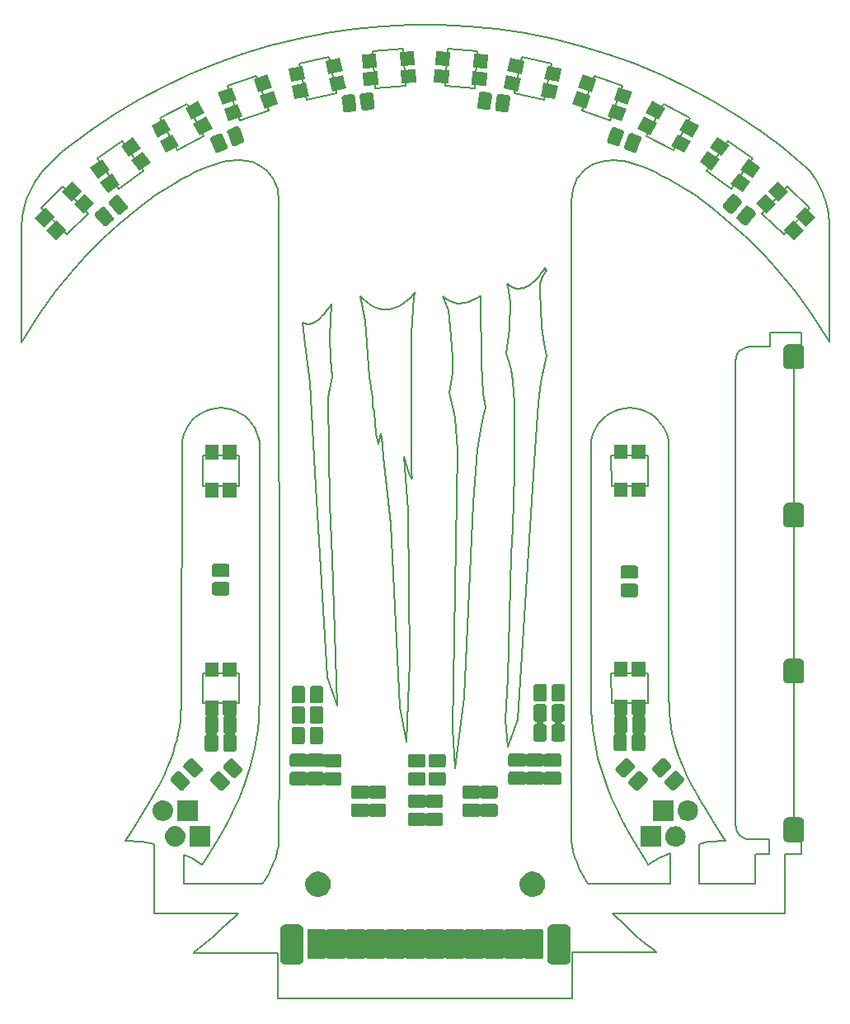
<source format=gts>
G04 #@! TF.GenerationSoftware,KiCad,Pcbnew,(5.0.2)-1*
G04 #@! TF.CreationDate,2019-06-30T15:53:46+02:00*
G04 #@! TF.ProjectId,PCB_Fujitora_morro,5043425f-4675-46a6-9974-6f72615f6d6f,rev?*
G04 #@! TF.SameCoordinates,PX5aa8f70PY8620d10*
G04 #@! TF.FileFunction,Soldermask,Top*
G04 #@! TF.FilePolarity,Negative*
%FSLAX46Y46*%
G04 Gerber Fmt 4.6, Leading zero omitted, Abs format (unit mm)*
G04 Created by KiCad (PCBNEW (5.0.2)-1) date 30/06/2019 15:53:46*
%MOMM*%
%LPD*%
G01*
G04 APERTURE LIST*
%ADD10C,0.200000*%
%ADD11C,0.100000*%
G04 APERTURE END LIST*
D10*
X56388000Y-3302000D02*
X56388000Y0D01*
X26162000Y-3302000D02*
X56388000Y-3302000D01*
X26162000Y0D02*
X26162000Y-3302000D01*
X26162000Y1397000D02*
X17526000Y1397000D01*
X56388000Y0D02*
X56388000Y1397000D01*
X26162000Y1397000D02*
X26162000Y0D01*
X76616560Y11557000D02*
X75224640Y11557000D01*
X76616560Y13055600D02*
X76616560Y11557000D01*
X76677520Y63581280D02*
X74640440Y63586360D01*
X76682600Y65024000D02*
X76677520Y63581280D01*
X13487400Y5461000D02*
X13487400Y12522200D01*
X22072600Y5461000D02*
X13487400Y5461000D01*
X16484600Y8458200D02*
X16484600Y11480800D01*
X24561800Y8458200D02*
X16484600Y8458200D01*
X74625200Y13055600D02*
X76626720Y13055600D01*
X78232000Y5461000D02*
X78232000Y11557000D01*
X69392800Y5461000D02*
X78232000Y5461000D01*
X75209400Y8483600D02*
X75209400Y11551920D01*
X69392800Y8483600D02*
X75209400Y8483600D01*
X69392800Y8483600D02*
X69392800Y12573000D01*
X60502800Y5461000D02*
X69392800Y5461000D01*
X66446400Y8458200D02*
X66446400Y11633200D01*
X58013600Y8458200D02*
X66446400Y8458200D01*
X51240617Y69577211D02*
X51497287Y69649085D01*
X44366983Y68086404D02*
X44621921Y68047983D01*
X50465078Y69610286D02*
X50720783Y69556957D01*
X45410642Y68100642D02*
X45678696Y68172080D01*
X47048965Y61861837D02*
X46944830Y68544625D01*
X44117244Y62429976D02*
X44087729Y60859651D01*
X47215907Y56375914D02*
X46944965Y55042360D01*
X50980664Y69545922D02*
X51240617Y69577211D01*
X50720783Y69556957D02*
X50980664Y69545922D01*
X49749161Y70002249D02*
X49978281Y69835578D01*
X50216978Y69704070D02*
X50465078Y69610286D01*
X49978281Y69835578D02*
X50216978Y69704070D01*
X43203774Y68689170D02*
X43419034Y68516580D01*
X45678696Y68172080D02*
X45948791Y68269186D01*
X46772982Y68708774D02*
X47019200Y68879791D01*
X47048965Y61861837D02*
X47269791Y58813756D01*
X49690323Y70055651D02*
X49749161Y70002249D01*
X46495650Y68537961D02*
X46772982Y68708774D01*
X45948791Y68269186D02*
X46221026Y68391313D01*
X44881581Y68037858D02*
X45144775Y68055637D01*
X44621921Y68047983D02*
X44881581Y68037858D01*
X46223597Y47543694D02*
X46668877Y53005971D01*
X47520126Y57335999D02*
X47269791Y58813756D01*
X45144775Y68055637D02*
X45410642Y68100642D01*
X43672334Y67335197D02*
X43962991Y64731110D01*
X44348400Y20320000D02*
X44073929Y24393265D01*
X44117244Y62429976D02*
X43962991Y64731110D01*
X44624087Y52940207D02*
X44073929Y24393265D01*
X47215907Y56375914D02*
X47520126Y57335999D01*
X44348400Y20320000D02*
X45259424Y27635178D01*
X44324505Y56301496D02*
X44624087Y52940207D01*
X47019200Y68879791D02*
X46944830Y68544625D01*
X46668877Y53005971D02*
X46944965Y55042360D01*
X49884965Y69332705D02*
X49690323Y70055651D01*
X46221026Y68391313D02*
X46495650Y68537961D01*
X44118111Y68153094D02*
X44366983Y68086404D01*
X43876576Y68247587D02*
X44118111Y68153094D01*
X43419034Y68516580D02*
X43643359Y68369071D01*
X44087729Y60859651D02*
X43739916Y58867383D01*
X43672334Y67335197D02*
X43102839Y68785478D01*
X43643359Y68369071D02*
X43876576Y68247587D01*
X43102839Y68785478D02*
X43203774Y68689170D01*
X46223597Y47543694D02*
X45259424Y27635178D01*
X44324505Y56301496D02*
X43739916Y58867383D01*
X24173981Y25319701D02*
X24082586Y24342793D01*
X19288897Y11848527D02*
X18613472Y10749760D01*
X24082586Y24342793D02*
X23951561Y23357616D01*
X36973222Y52263883D02*
X37787555Y45408935D01*
X14014735Y18768130D02*
X14434425Y19613213D01*
X22951728Y19317647D02*
X22572245Y18280629D01*
X22572245Y18280629D02*
X22140423Y17232691D01*
X35103140Y66210567D02*
X35583223Y60443744D01*
X36252225Y54648948D02*
X36052503Y56889804D01*
X36720995Y54713550D02*
X36514750Y53604941D01*
X36973222Y52263883D02*
X36892580Y53548993D01*
X19253095Y57171265D02*
X19766266Y57273342D01*
X21657851Y16174163D02*
X21127175Y15105599D01*
X16484600Y11480800D02*
X17306318Y11083354D01*
X10497857Y12886666D02*
X11162060Y13928463D01*
X64298480Y56771664D02*
X63829214Y57003080D01*
X19766266Y57273342D02*
X20288371Y57307562D01*
X20288371Y57307562D02*
X20810476Y57273342D01*
X20810476Y57273342D02*
X21323647Y57171265D01*
X21323647Y57171265D02*
X21819105Y57003080D01*
X23461785Y55742608D02*
X23752473Y55307562D01*
X23752473Y55307562D02*
X23983889Y54838296D01*
X20552104Y14027772D02*
X19937403Y12941676D01*
X19937403Y12941676D02*
X19288897Y11848527D01*
X65993999Y54838296D02*
X65762582Y55307562D01*
X13541489Y17881149D02*
X14014735Y18768130D01*
X39344600Y23037800D02*
X38677375Y26566047D01*
X21819105Y57003080D02*
X22288371Y56771664D01*
X22288371Y56771664D02*
X22723417Y56480976D01*
X22723417Y56480976D02*
X23116798Y56135989D01*
X23116798Y56135989D02*
X23461785Y55742608D01*
X24262243Y27253793D02*
X24231572Y26289556D01*
X17306318Y11083354D02*
X18390696Y10395986D01*
X35873884Y58323432D02*
X35583223Y60443744D01*
X23983889Y54838296D02*
X24152075Y54342838D01*
X24152075Y54342838D02*
X24254151Y53829667D01*
X24254151Y53829667D02*
X24288371Y53307562D01*
X23951561Y23357616D02*
X23776140Y22363176D01*
X24288371Y37713898D02*
X24288371Y53307562D01*
X66298480Y53307562D02*
X66264260Y53829667D01*
X24273938Y28214072D02*
X24262243Y27253793D01*
X36514750Y53604941D02*
X36252225Y54648948D01*
X35921240Y57411807D02*
X35873884Y58323432D01*
X36892580Y53548993D02*
X36720995Y54713550D01*
X18613472Y10749760D02*
X18390696Y10395986D01*
X10497857Y12886666D02*
X12252064Y12773025D01*
X24231572Y26289556D02*
X24173981Y25319701D01*
X23776140Y22363176D02*
X23552616Y21358699D01*
X12252064Y12773025D02*
X13487400Y12522200D01*
X23552616Y21358699D02*
X23278342Y20343633D01*
X38677375Y26566047D02*
X37787555Y45408935D01*
X21127175Y15105599D02*
X20552104Y14027772D01*
X14434425Y19613213D02*
X14800720Y20416685D01*
X35921240Y57411807D02*
X36052503Y56889804D01*
X23278342Y20343633D02*
X22951728Y19317647D01*
X22140423Y17232691D02*
X21657851Y16174163D01*
X22207765Y49301362D02*
X22203625Y52401362D01*
X53167900Y59950644D02*
X53755249Y62678045D01*
X50124135Y61205461D02*
X49809105Y62458267D01*
X53167900Y59950644D02*
X52918065Y57809856D01*
X51995393Y69904410D02*
X52237403Y70083708D01*
X35103140Y66210567D02*
X34613202Y68749775D01*
X53466473Y63826445D02*
X53254567Y65633550D01*
X53737776Y71375246D02*
X53556787Y71688736D01*
X37687440Y67455470D02*
X38070484Y67546145D01*
X36891983Y67437476D02*
X37293589Y67417830D01*
X34875748Y68478023D02*
X35273301Y68139376D01*
X53304175Y70761138D02*
X53111994Y70043906D01*
X52947780Y70816993D02*
X53182496Y71125910D01*
X50774600Y25298400D02*
X52549655Y53006282D01*
X36486199Y67517660D02*
X36891983Y67437476D01*
X53089513Y69242774D02*
X53254567Y65633550D01*
X53304175Y70761138D02*
X53737776Y71375246D01*
X34613202Y68749775D02*
X34875748Y68478023D01*
X52712565Y70540313D02*
X52947780Y70816993D01*
X50423714Y57844169D02*
X50295720Y60040904D01*
X50424725Y50607082D02*
X50423714Y57844169D01*
X52476090Y70295836D02*
X52712565Y70540313D01*
X50424725Y50607082D02*
X50266333Y44968313D01*
X39344600Y23037800D02*
X39684254Y31241579D01*
X39684254Y31241579D02*
X39517316Y46727505D01*
X39135208Y52345801D02*
X39517316Y46727505D01*
X39653220Y50526874D02*
X39135208Y52345801D01*
X39829953Y50065145D02*
X39653220Y50526874D01*
X39920896Y50185699D02*
X39829953Y50065145D01*
X39920896Y50185699D02*
X39861360Y50663575D01*
X39861360Y50663575D02*
X39866373Y64868669D01*
X40072608Y68950085D02*
X40297381Y69222823D01*
X35273301Y68139376D02*
X35674816Y67867354D01*
X40157909Y68748857D02*
X39866373Y64868669D01*
X40157909Y68748857D02*
X40297381Y69222823D01*
X36079623Y67660503D02*
X36486199Y67517660D01*
X39776135Y68633875D02*
X40072608Y68950085D01*
X39138020Y68089107D02*
X39464557Y68345761D01*
X49809400Y22580600D02*
X50774600Y25298400D01*
X37293589Y67417830D02*
X37687440Y67455470D01*
X51748941Y69758957D02*
X51995393Y69904410D01*
X50020002Y68075779D02*
X49966116Y65450402D01*
X49966116Y65450402D02*
X49586904Y62859714D01*
X50102291Y42245240D02*
X50266333Y44968313D01*
X49809400Y22580600D02*
X49555771Y25256758D01*
X53755249Y62678045D02*
X53466473Y63826445D01*
X51497287Y69649085D02*
X51748941Y69758957D01*
X53089513Y69242774D02*
X53111994Y70043906D01*
X53182496Y71125910D02*
X53376913Y71403040D01*
X52237403Y70083708D02*
X52476090Y70295836D01*
X50102291Y42245240D02*
X49794802Y29610429D01*
X50295720Y60040904D02*
X50124135Y61205461D01*
X39464557Y68345761D02*
X39776135Y68633875D01*
X38796635Y67867549D02*
X39138020Y68089107D01*
X38440611Y67685088D02*
X38796635Y67867549D01*
X38070484Y67546145D02*
X38440611Y67685088D01*
X35674816Y67867354D02*
X36079623Y67660503D01*
X50020002Y68075779D02*
X49884965Y69332705D01*
X52918065Y57809856D02*
X52549655Y53006282D01*
X49809105Y62458267D02*
X49586904Y62859714D01*
X49794802Y29610429D02*
X49555771Y25256758D01*
X2304782Y81925869D02*
X2048439Y81635260D01*
X496525Y79106363D02*
X364890Y78764748D01*
X1655739Y67018976D02*
X-203200Y64008000D01*
X9916567Y76253155D02*
X8167191Y74669936D01*
X364890Y78764748D02*
X247111Y78417465D01*
X53122Y77705898D02*
X-23089Y77341613D01*
X1577322Y81037040D02*
X1362549Y80729429D01*
X13637657Y79152756D02*
X11741522Y77748630D01*
X642017Y79442311D02*
X496525Y79106363D01*
X-203200Y75438000D02*
X-203200Y64008000D01*
X21780405Y82710024D02*
X21382027Y82685830D01*
X2048439Y81635260D02*
X1805953Y81338984D01*
X1362549Y80729429D02*
X1161631Y80416150D01*
X1161631Y80416150D02*
X974570Y80097204D01*
X1805953Y81338984D02*
X1577322Y81037040D01*
X3361129Y69351413D02*
X1655739Y67018976D01*
X5203596Y71577157D02*
X3361129Y69351413D01*
X22156382Y82709259D02*
X21780405Y82710024D01*
X3987800Y83566000D02*
X2574981Y82210811D01*
X81944183Y79721711D02*
X82089675Y79385763D01*
X60429818Y82709259D02*
X60805795Y82710024D01*
X59414367Y82587404D02*
X59736149Y82645242D01*
X57605878Y81709523D02*
X58527340Y82334599D01*
X82221310Y79044148D02*
X82339089Y78696865D01*
X81784834Y80051991D02*
X81944183Y79721711D01*
X20026549Y82428685D02*
X19511275Y82269210D01*
X76088593Y73002787D02*
X77382604Y71577157D01*
X59106727Y82515324D02*
X59414367Y82587404D01*
X16284017Y80753313D02*
X15473448Y80282912D01*
X60073971Y82686705D02*
X60429818Y82709259D01*
X14593740Y79750107D02*
X13637657Y79152756D01*
X59106727Y82515324D02*
X58527340Y82334599D01*
X59736149Y82645242D02*
X60073971Y82686705D01*
X82775565Y76107202D02*
X82782493Y75714580D01*
X18958464Y82066619D02*
X18364061Y81817219D01*
X-189365Y75827802D02*
X-203200Y75438000D01*
X-23089Y77341613D02*
X-85442Y76971661D01*
X-133939Y76596042D02*
X-168580Y76214755D01*
X974570Y80097204D02*
X801366Y79772591D01*
X6497607Y73002787D02*
X5203596Y71577157D01*
X8167191Y74669936D02*
X6497607Y73002787D01*
X-168580Y76214755D02*
X-189365Y75827802D01*
X2574981Y82210811D02*
X2304782Y81925869D01*
X247111Y78417465D02*
X143188Y78064515D01*
X143188Y78064515D02*
X53122Y77705898D01*
X11741522Y77748630D02*
X9916567Y76253155D01*
X801366Y79772591D02*
X642017Y79442311D01*
X19511275Y82269210D02*
X18958464Y82066619D01*
X-85442Y76971661D02*
X-133939Y76596042D01*
X81223651Y81008829D02*
X81424569Y80695550D01*
X67112752Y80282912D02*
X67992460Y79750107D01*
X68948543Y79152756D02*
X70844678Y77748630D01*
X82720139Y76875442D02*
X82754780Y76494155D01*
X25486187Y10073753D02*
X25737528Y10652727D01*
X65040653Y1426511D02*
X56388000Y1426511D01*
X19807201Y92640043D02*
X17094642Y91518782D01*
X17094642Y91518782D02*
X14440367Y90265773D01*
X62236263Y3791376D02*
X61506301Y4467787D01*
X22289744Y82700807D02*
X22156382Y82709259D01*
X57739712Y8893129D02*
X57392990Y9487395D01*
X58013600Y8458200D02*
X57739712Y8893129D01*
X56482789Y11790623D02*
X56374196Y12350593D01*
X28228636Y95187949D02*
X25380912Y94476839D01*
X56298404Y21455202D02*
X56307948Y78511522D01*
X25674573Y80863879D02*
X24981190Y81709523D01*
X24981190Y81709523D02*
X24059729Y82334599D01*
X26263457Y78511522D02*
X26111484Y79797464D01*
X56313099Y12905278D02*
X56298404Y21455202D01*
X57093979Y10073753D02*
X56842638Y10652727D01*
X56374196Y12350593D02*
X56313099Y12905278D01*
X31107821Y95758471D02*
X28228636Y95187949D01*
X56638922Y11224842D02*
X56482789Y11790623D01*
X19565843Y3102336D02*
X20343903Y3791376D01*
X21755772Y5132095D02*
X22072600Y5461000D01*
X6890404Y85747983D02*
X3987800Y83566000D01*
X39864512Y96614479D02*
X36932776Y96472596D01*
X26277882Y21383416D02*
X26279663Y21455206D01*
X65040653Y1426511D02*
X64714911Y1684273D01*
X22289744Y82700807D02*
X23499121Y82537678D01*
X25187176Y9487395D02*
X25486187Y10073753D01*
X63014323Y3102336D02*
X62236263Y3791376D01*
X26097377Y11790623D02*
X26205971Y12350593D01*
X24840455Y8893129D02*
X25187176Y9487395D01*
X23499121Y82537678D02*
X24059729Y82334599D01*
X26279663Y21455206D02*
X26263457Y78511522D01*
X24561800Y8458200D02*
X24840455Y8893129D01*
X34011533Y96187031D02*
X31107821Y95758471D01*
X17539148Y1426511D02*
X17865255Y1684273D01*
X25941244Y11224842D02*
X26097377Y11790623D01*
X20343903Y3791376D02*
X21073865Y4467787D01*
X25737528Y10652727D02*
X25941244Y11224842D01*
X36932776Y96472596D02*
X34011533Y96187031D01*
X26205971Y12350593D02*
X26267067Y12905278D01*
X28676600Y66040000D02*
X28905569Y65954034D01*
X28905569Y65954034D02*
X29155302Y65913453D01*
X29981933Y50652292D02*
X31267400Y29692600D01*
X32232600Y26797000D02*
X31267400Y29692600D01*
X29410404Y59917105D02*
X28907839Y63844518D01*
X29410404Y59917105D02*
X29981933Y50652292D01*
X81611630Y80376604D02*
X81784834Y80051991D01*
X82609289Y77621013D02*
X82671642Y77251061D01*
X79225071Y69351413D02*
X80930461Y67018976D01*
X82778600Y75717400D02*
X82778600Y64084200D01*
X80537761Y81914660D02*
X80780247Y81618384D01*
X72669633Y76253155D02*
X74419009Y74669936D01*
X80780247Y81618384D02*
X81008878Y81316440D01*
X67992460Y79750107D02*
X68948543Y79152756D01*
X62078251Y82548791D02*
X62559651Y82428685D01*
X63074925Y82269210D02*
X63627736Y82066619D01*
X65554147Y81163857D02*
X66302183Y80753313D01*
X63627736Y82066619D02*
X64222139Y81817219D01*
X82533078Y77985298D02*
X82609289Y77621013D01*
X78114166Y83947539D02*
X80543400Y81915000D01*
X64862622Y81517434D02*
X65554147Y81163857D01*
X74419009Y74669936D02*
X76088593Y73002787D01*
X82443012Y78343915D02*
X82533078Y77985298D01*
X61627421Y82633276D02*
X62078251Y82548791D01*
X61204173Y82685830D02*
X61627421Y82633276D01*
X81008878Y81316440D02*
X81223651Y81008829D01*
X82339089Y78696865D02*
X82443012Y78343915D01*
X60805795Y82710024D02*
X61204173Y82685830D01*
X70844678Y77748630D02*
X72669633Y76253155D01*
X62559651Y82428685D02*
X63074925Y82269210D01*
X80930461Y67018976D02*
X82778600Y64084200D01*
X77382604Y71577157D02*
X79225071Y69351413D01*
X81424569Y80695550D02*
X81611630Y80376604D01*
X82089675Y79385763D02*
X82221310Y79044148D01*
X82671642Y77251061D02*
X82720139Y76875442D01*
X82754780Y76494155D02*
X82775565Y76107202D01*
X66302183Y80753313D02*
X67112752Y80282912D01*
X64222139Y81817219D02*
X64862622Y81517434D01*
X17032053Y81163857D02*
X16284017Y80753313D01*
X15473448Y80282912D02*
X14593740Y79750107D01*
X62851167Y92608637D02*
X60088300Y93599482D01*
X68214531Y90226538D02*
X65562088Y91483419D01*
X73318582Y87330208D02*
X70802107Y88841022D01*
X78055488Y84001227D02*
X78114166Y83947539D01*
X18364061Y81817219D02*
X17723578Y81517434D01*
X51555110Y95743552D02*
X48652026Y96176349D01*
X56912495Y80863879D02*
X57605878Y81709523D01*
X56475585Y79797464D02*
X56912495Y80863879D01*
X21382027Y82685830D02*
X20958779Y82633276D01*
X48652026Y96176349D02*
X45731204Y96466177D01*
X60088300Y93599482D02*
X57280143Y94453565D01*
X54433460Y95168829D02*
X51555110Y95743552D01*
X57280143Y94453565D02*
X54433460Y95168829D01*
X65562088Y91483419D02*
X62851167Y92608637D01*
X75757894Y85697736D02*
X73318582Y87330208D01*
X56307948Y78511522D02*
X56475585Y79797464D01*
X20958779Y82633276D02*
X20507949Y82548791D01*
X78055488Y84001227D02*
X75757894Y85697736D01*
X20507949Y82548791D02*
X20026549Y82428685D01*
X17723578Y81517434D02*
X17032053Y81163857D01*
X45731204Y96466177D02*
X42799678Y96612338D01*
X70802107Y88841022D02*
X68214531Y90226538D01*
X58648512Y91413646D02*
X61567496Y90369836D01*
X65763440Y88531758D02*
X64004348Y85169826D01*
X50425968Y89579318D02*
X53460670Y88946390D01*
X1837061Y77862408D02*
X4439889Y75101561D01*
X72415985Y84701469D02*
X70212511Y81612506D01*
X78130093Y75111207D02*
X80735787Y77868278D01*
X72415985Y84701469D02*
X74941642Y82903952D01*
X78480469Y79995142D02*
X80735787Y77868278D01*
X78480469Y79995142D02*
X75874240Y77237505D01*
X65763440Y88531758D02*
X68511721Y87097546D01*
X75874240Y77237505D02*
X78130093Y75111207D01*
X51205618Y93292690D02*
X54240160Y92659000D01*
X66752990Y83736304D02*
X68511721Y87097546D01*
X51205618Y93292690D02*
X50425968Y89579318D01*
X60286284Y86799181D02*
X61567496Y90369836D01*
X72738620Y79815623D02*
X74941642Y82903952D01*
X53460670Y88946390D02*
X54240160Y92659000D01*
X46405099Y90137365D02*
X46668140Y93921792D01*
X70212511Y81612506D02*
X72738620Y79815623D01*
X57367036Y87842259D02*
X60286284Y86799181D01*
X64004348Y85169826D02*
X66752990Y83736304D01*
X58648512Y91413646D02*
X57367036Y87842259D01*
X31071747Y67126646D02*
X31270771Y67378882D01*
X31456789Y67656468D02*
X31628051Y67958450D01*
X31270771Y67378882D02*
X31456789Y67656468D01*
X30106769Y66191995D02*
X30316407Y66351787D01*
X29649678Y65972495D02*
X29884192Y66064378D01*
X29884192Y66064378D02*
X30106769Y66191995D01*
X30861345Y66900750D02*
X31071747Y67126646D01*
X30669710Y66728088D02*
X30861345Y66900750D01*
X30512523Y66541028D02*
X30669710Y66728088D01*
X30316407Y66351787D02*
X30512523Y66541028D01*
X29405365Y65920695D02*
X29649678Y65972495D01*
X29155302Y65913453D02*
X29405365Y65920695D01*
X31747241Y60509194D02*
X31535334Y62316305D01*
X31498281Y64633588D02*
X31535334Y62316305D01*
X31498281Y64633588D02*
X31664684Y68035529D01*
X31628051Y67958450D02*
X31664684Y68035529D01*
X4439889Y75101561D02*
X6692681Y77231103D01*
X32232600Y26797000D02*
X31763834Y41878332D01*
X31763834Y41878332D02*
X31525173Y47408383D01*
X1837061Y77862408D02*
X4090387Y79991383D01*
X31334741Y58291987D02*
X31525173Y47408383D01*
X31366143Y58890410D02*
X31334741Y58291987D01*
X31366143Y58890410D02*
X31747241Y60509194D01*
X6692681Y77231103D02*
X4090387Y79991383D01*
X22280415Y86793141D02*
X25198159Y87840417D01*
X14059688Y87093013D02*
X16806625Y88529797D01*
X43575368Y94133389D02*
X43312273Y90348185D01*
X28330225Y92656143D02*
X31364173Y93292673D01*
X29105297Y88941813D02*
X32139086Y89579105D01*
X21003342Y90366105D02*
X22280415Y86793141D01*
X25198159Y87840417D02*
X23921349Y91412648D01*
X7630440Y82898701D02*
X9830105Y79807024D01*
X9830105Y79807024D02*
X12353627Y81607540D01*
X32139086Y89579105D02*
X31364173Y93292673D01*
X18561211Y85166389D02*
X16806625Y88529797D01*
X7630440Y82898701D02*
X10154413Y84698582D01*
X21003342Y90366105D02*
X23921349Y91412648D01*
X28330225Y92656143D02*
X29105297Y88941813D01*
X14059688Y87093013D02*
X15814634Y83728915D01*
X12353627Y81607540D02*
X10154413Y84698582D01*
X43312273Y90348185D02*
X46405099Y90137365D01*
X43575368Y94133389D02*
X46668140Y93921792D01*
X15814634Y83728915D02*
X18561211Y85166389D01*
X39252864Y90349606D02*
X38994487Y94134355D01*
X35901915Y93919863D02*
X38994487Y94134355D01*
X35901915Y93919863D02*
X36160345Y90134337D01*
X15115284Y21180065D02*
X15381125Y21906532D01*
X64192778Y49328047D02*
X60398457Y49317269D01*
X59470053Y56135989D02*
X59125067Y55742608D01*
X66984560Y22601279D02*
X66803402Y23271729D01*
X18288371Y56771664D02*
X18757638Y57003080D01*
X60298480Y56771664D02*
X59863435Y56480976D01*
X58602962Y54838296D02*
X58434777Y54342838D01*
X17114958Y55742608D02*
X17459944Y56135989D01*
X67786132Y20416685D02*
X67471567Y21180065D01*
X60767747Y57003080D02*
X60298480Y56771664D01*
X11821489Y14975651D02*
X12441316Y15983971D01*
X16592853Y54838296D02*
X16824270Y55307562D01*
X17853326Y56480976D02*
X18288371Y56771664D01*
X22203625Y30104043D02*
X18410067Y30104043D01*
X18413429Y49301362D02*
X18410067Y52401362D01*
X62820585Y57273342D02*
X62298480Y57307562D01*
X66454186Y25242983D02*
X66389957Y25929519D01*
X61263204Y57171265D02*
X60767747Y57003080D01*
X22203625Y52401362D02*
X18410067Y52401362D01*
X65126908Y56135989D02*
X64733526Y56480976D01*
X18413429Y27004043D02*
X18410067Y30104043D01*
X15381125Y21906532D02*
X15602292Y22601279D01*
X16424668Y54342838D02*
X16592853Y54838296D01*
X66446400Y11658600D02*
X65280534Y11083354D01*
X59635124Y19317647D02*
X60014606Y18280629D01*
X12441316Y15983971D02*
X13016062Y16952789D01*
X16239908Y26653865D02*
X16264585Y27429673D01*
X15602292Y22601279D02*
X15783450Y23271729D01*
X15783450Y23271729D02*
X15929382Y23927525D01*
X58834379Y55307562D02*
X58602962Y54838296D01*
X17459944Y56135989D02*
X17853326Y56480976D01*
X72088995Y12886666D02*
X70334787Y12773025D01*
X63829214Y57003080D02*
X63333757Y57171265D01*
X11821489Y14975651D02*
X11162060Y13928463D01*
X16132666Y25242983D02*
X16196895Y25929519D01*
X63333757Y57171265D02*
X62820585Y57273342D01*
X66264260Y53829667D02*
X66162184Y54342838D01*
X15929382Y23927525D02*
X16044527Y24580264D01*
X18413429Y27004043D02*
X22207765Y27004043D01*
X14800720Y20416685D02*
X15115284Y21180065D01*
X16264585Y27429673D02*
X16274818Y28269963D01*
X16288371Y53307562D02*
X16322592Y53829667D01*
X16196895Y25929519D02*
X16239908Y26653865D01*
X66542325Y24580264D02*
X66454186Y25242983D01*
X13016062Y16952789D02*
X13541489Y17881149D01*
X65762582Y55307562D02*
X65471894Y55742608D01*
X16044527Y24580264D02*
X16132666Y25242983D01*
X18413429Y49301362D02*
X22207765Y49301362D01*
X66803402Y23271729D02*
X66657469Y23927525D01*
X66389957Y25929519D02*
X66346944Y26653865D01*
X66162184Y54342838D02*
X65993999Y54838296D01*
X22207765Y27004043D02*
X22203625Y30104043D01*
X18757638Y57003080D02*
X19253095Y57171265D01*
X60929001Y16174163D02*
X61459677Y15105599D01*
X64733526Y56480976D02*
X64298480Y56771664D01*
X16322592Y53829667D02*
X16424668Y54342838D01*
X16824270Y55307562D02*
X17114958Y55742608D01*
X79941116Y29321649D02*
X79941116Y31321649D01*
X28676600Y66040000D02*
X28907839Y63844518D01*
X73141116Y14548141D02*
X73141116Y62091649D01*
X79941116Y11574941D02*
X78232000Y11557000D01*
X66298480Y53307562D02*
X66312033Y28269963D01*
X24273938Y28214072D02*
X24288371Y37713898D01*
X73580456Y13487481D02*
X73342078Y13798141D01*
X42799678Y96612338D02*
X39864512Y96614479D01*
X73580456Y63152309D02*
X73891116Y63390687D01*
X73891116Y63390687D02*
X74252888Y63540538D01*
X16274818Y28269963D02*
X16288371Y53307562D01*
X79941116Y15048141D02*
X79141116Y15048141D01*
X79941116Y47321649D02*
X79141116Y47321649D01*
X73192228Y14159913D02*
X73141116Y14548141D01*
X39252864Y90349606D02*
X36160345Y90134337D01*
X53376913Y71403040D02*
X53556787Y71688736D01*
X58312914Y28214072D02*
X58298480Y37713898D01*
X79938880Y65024000D02*
X76682600Y65024000D01*
X73192228Y62479878D02*
X73342078Y62841649D01*
X60398457Y27005087D02*
X60393791Y30105086D01*
X60446428Y17232691D02*
X60929001Y16174163D01*
X69570789Y16952789D02*
X69045362Y17881149D01*
X67205727Y21906532D02*
X66984560Y22601279D01*
X62298480Y57307562D02*
X61776376Y57273342D01*
X70334787Y12773025D02*
X69392800Y12573000D01*
X63297955Y11848527D02*
X63973380Y10749760D01*
X66657469Y23927525D02*
X66542325Y24580264D01*
X58312914Y28214072D02*
X58324609Y27253793D01*
X58355280Y26289556D02*
X58412871Y25319701D01*
X79941116Y61591649D02*
X79141116Y61591649D01*
X64192778Y49328047D02*
X64187334Y52428044D01*
X79141116Y15048141D02*
X79141116Y29321649D01*
X66346944Y26653865D02*
X66322267Y27429673D01*
X73141116Y62091649D02*
X73192228Y62479878D01*
X70765363Y14975651D02*
X70145536Y15983971D01*
X61459677Y15105599D02*
X62034748Y14027772D01*
X68572116Y18768130D02*
X68152427Y19613213D01*
X58298480Y37713898D02*
X58298480Y53307562D01*
X70765363Y14975651D02*
X71424791Y13928463D01*
X62649449Y12941676D02*
X63297955Y11848527D01*
X58635291Y23357616D02*
X58810712Y22363176D01*
X79941116Y45321649D02*
X79941116Y47321649D01*
X69045362Y17881149D02*
X68572116Y18768130D01*
X79941116Y31321649D02*
X79141116Y31321649D01*
X73342078Y13798141D02*
X73192228Y14159913D01*
X79941116Y65024000D02*
X79941116Y61591649D01*
X59125067Y55742608D02*
X58834379Y55307562D01*
X58332701Y53829667D02*
X58298480Y53307562D01*
X60393791Y52417268D02*
X64187334Y52428044D01*
X68152427Y19613213D02*
X67786132Y20416685D01*
X72088995Y12886666D02*
X71424791Y13928463D01*
X58412871Y25319701D02*
X58504266Y24342793D01*
X61776376Y57273342D02*
X61263204Y57171265D01*
X59863435Y56480976D02*
X59470053Y56135989D01*
X62034748Y14027772D02*
X62649449Y12941676D01*
X58810712Y22363176D02*
X59034236Y21358699D01*
X74252888Y63540538D02*
X74640440Y63586360D01*
X58504266Y24342793D02*
X58635291Y23357616D01*
X74252888Y13099253D02*
X73891116Y13249103D01*
X60393791Y30105086D02*
X64187334Y30115862D01*
X79941116Y11577320D02*
X79941116Y15048141D01*
X63973380Y10749760D02*
X64196155Y10395986D01*
X73342078Y62841649D02*
X73580456Y63152309D01*
X67471567Y21180065D02*
X67205727Y21906532D01*
X79141116Y47321649D02*
X79141116Y61591649D01*
X79141116Y29321649D02*
X79941116Y29321649D01*
X66322267Y27429673D02*
X66312033Y28269963D01*
X79141116Y31321649D02*
X79141116Y45321649D01*
X79141116Y45321649D02*
X79941116Y45321649D01*
X58324609Y27253793D02*
X58355280Y26289556D01*
X70145536Y15983971D02*
X69570789Y16952789D01*
X60398457Y49317269D02*
X60393791Y52417268D01*
X58434777Y54342838D02*
X58332701Y53829667D01*
X74641116Y13048141D02*
X74252888Y13099253D01*
X64192778Y27015865D02*
X64187334Y30115862D01*
X59308510Y20343633D02*
X59635124Y19317647D01*
X59034236Y21358699D02*
X59308510Y20343633D01*
X65280534Y11083354D02*
X64196155Y10395986D01*
X65471894Y55742608D02*
X65126908Y56135989D01*
X73891116Y13249103D02*
X73580456Y13487481D01*
X60014606Y18280629D02*
X60446428Y17232691D01*
X64192778Y27015865D02*
X60398457Y27005087D01*
X25380912Y94476839D02*
X22571511Y93626855D01*
X26111484Y79797464D02*
X25674573Y80863879D01*
X11850772Y88884034D02*
X9332095Y87376894D01*
X64714911Y1684273D02*
X63840525Y2400143D01*
X63840525Y2400143D02*
X63014323Y3102336D01*
X22571511Y93626855D02*
X19807201Y92640043D01*
X18739641Y2400143D02*
X19565843Y3102336D01*
X56842638Y10652727D02*
X56638922Y11224842D01*
X61506301Y4467787D02*
X60824394Y5132095D01*
X57392990Y9487395D02*
X57093979Y10073753D01*
X14440367Y90265773D02*
X11850772Y88884034D01*
X60824394Y5132095D02*
X60502800Y5461000D01*
X21073865Y4467787D02*
X21755772Y5132095D01*
X9332095Y87376894D02*
X6890404Y85747983D01*
X26267067Y12905278D02*
X26277882Y21383416D01*
X17865255Y1684273D02*
X18739641Y2400143D01*
D11*
G36*
X55783641Y4305879D02*
X55884365Y4275325D01*
X55977180Y4225715D01*
X56058542Y4158942D01*
X56125315Y4077580D01*
X56174925Y3984765D01*
X56205479Y3884041D01*
X56216400Y3773160D01*
X56216400Y760440D01*
X56205479Y649559D01*
X56174925Y548835D01*
X56125315Y456020D01*
X56058542Y374658D01*
X55977180Y307885D01*
X55884365Y258275D01*
X55783641Y227721D01*
X55672760Y216800D01*
X54360040Y216800D01*
X54249159Y227721D01*
X54148435Y258275D01*
X54055620Y307885D01*
X53974258Y374658D01*
X53907485Y456020D01*
X53857875Y548835D01*
X53827321Y649559D01*
X53816400Y760440D01*
X53816400Y3773160D01*
X53827321Y3884041D01*
X53857875Y3984765D01*
X53907485Y4077580D01*
X53974258Y4158942D01*
X54055620Y4225715D01*
X54148435Y4275325D01*
X54249159Y4305879D01*
X54360040Y4316800D01*
X55672760Y4316800D01*
X55783641Y4305879D01*
X55783641Y4305879D01*
G37*
G36*
X28351641Y4305879D02*
X28452365Y4275325D01*
X28545180Y4225715D01*
X28626542Y4158942D01*
X28693315Y4077580D01*
X28742925Y3984765D01*
X28773479Y3884041D01*
X28784400Y3773160D01*
X28784400Y760440D01*
X28773479Y649559D01*
X28742925Y548835D01*
X28693315Y456020D01*
X28626542Y374658D01*
X28545180Y307885D01*
X28452365Y258275D01*
X28351641Y227721D01*
X28240760Y216800D01*
X26928040Y216800D01*
X26817159Y227721D01*
X26716435Y258275D01*
X26623620Y307885D01*
X26542258Y374658D01*
X26475485Y456020D01*
X26425875Y548835D01*
X26395321Y649559D01*
X26384400Y760440D01*
X26384400Y3773160D01*
X26395321Y3884041D01*
X26425875Y3984765D01*
X26475485Y4077580D01*
X26542258Y4158942D01*
X26623620Y4225715D01*
X26716435Y4275325D01*
X26817159Y4305879D01*
X26928040Y4316800D01*
X28240760Y4316800D01*
X28351641Y4305879D01*
X28351641Y4305879D01*
G37*
G36*
X30915314Y3866412D02*
X30952248Y3855208D01*
X30986285Y3837015D01*
X31016126Y3812526D01*
X31043773Y3778837D01*
X31061101Y3761510D01*
X31081475Y3747896D01*
X31104114Y3738519D01*
X31128147Y3733738D01*
X31152652Y3733738D01*
X31176685Y3738518D01*
X31199324Y3747896D01*
X31219699Y3761509D01*
X31237027Y3778837D01*
X31264674Y3812526D01*
X31294515Y3837015D01*
X31328552Y3855208D01*
X31365486Y3866412D01*
X31410041Y3870800D01*
X32902759Y3870800D01*
X32947314Y3866412D01*
X32984248Y3855208D01*
X33018285Y3837015D01*
X33048126Y3812526D01*
X33075773Y3778837D01*
X33093101Y3761510D01*
X33113475Y3747896D01*
X33136114Y3738519D01*
X33160147Y3733738D01*
X33184652Y3733738D01*
X33208685Y3738518D01*
X33231324Y3747896D01*
X33251699Y3761509D01*
X33269027Y3778837D01*
X33296674Y3812526D01*
X33326515Y3837015D01*
X33360552Y3855208D01*
X33397486Y3866412D01*
X33442041Y3870800D01*
X34934759Y3870800D01*
X34979314Y3866412D01*
X35016248Y3855208D01*
X35050285Y3837015D01*
X35080126Y3812526D01*
X35107773Y3778837D01*
X35125101Y3761510D01*
X35145475Y3747896D01*
X35168114Y3738519D01*
X35192147Y3733738D01*
X35216652Y3733738D01*
X35240685Y3738518D01*
X35263324Y3747896D01*
X35283699Y3761509D01*
X35301027Y3778837D01*
X35328674Y3812526D01*
X35358515Y3837015D01*
X35392552Y3855208D01*
X35429486Y3866412D01*
X35474041Y3870800D01*
X36966759Y3870800D01*
X37011314Y3866412D01*
X37048248Y3855208D01*
X37082285Y3837015D01*
X37112126Y3812526D01*
X37139773Y3778837D01*
X37157101Y3761510D01*
X37177475Y3747896D01*
X37200114Y3738519D01*
X37224147Y3733738D01*
X37248652Y3733738D01*
X37272685Y3738518D01*
X37295324Y3747896D01*
X37315699Y3761509D01*
X37333027Y3778837D01*
X37360674Y3812526D01*
X37390515Y3837015D01*
X37424552Y3855208D01*
X37461486Y3866412D01*
X37506041Y3870800D01*
X38998759Y3870800D01*
X39043314Y3866412D01*
X39080248Y3855208D01*
X39114285Y3837015D01*
X39144126Y3812526D01*
X39171773Y3778837D01*
X39189101Y3761510D01*
X39209475Y3747896D01*
X39232114Y3738519D01*
X39256147Y3733738D01*
X39280652Y3733738D01*
X39304685Y3738518D01*
X39327324Y3747896D01*
X39347699Y3761509D01*
X39365027Y3778837D01*
X39392674Y3812526D01*
X39422515Y3837015D01*
X39456552Y3855208D01*
X39493486Y3866412D01*
X39538041Y3870800D01*
X41030759Y3870800D01*
X41075314Y3866412D01*
X41112248Y3855208D01*
X41146285Y3837015D01*
X41176126Y3812526D01*
X41203773Y3778837D01*
X41221101Y3761510D01*
X41241475Y3747896D01*
X41264114Y3738519D01*
X41288147Y3733738D01*
X41312652Y3733738D01*
X41336685Y3738518D01*
X41359324Y3747896D01*
X41379699Y3761509D01*
X41397027Y3778837D01*
X41424674Y3812526D01*
X41454515Y3837015D01*
X41488552Y3855208D01*
X41525486Y3866412D01*
X41570041Y3870800D01*
X43062759Y3870800D01*
X43107314Y3866412D01*
X43144248Y3855208D01*
X43178285Y3837015D01*
X43208126Y3812526D01*
X43235773Y3778837D01*
X43253101Y3761510D01*
X43273475Y3747896D01*
X43296114Y3738519D01*
X43320147Y3733738D01*
X43344652Y3733738D01*
X43368685Y3738518D01*
X43391324Y3747896D01*
X43411699Y3761509D01*
X43429027Y3778837D01*
X43456674Y3812526D01*
X43486515Y3837015D01*
X43520552Y3855208D01*
X43557486Y3866412D01*
X43602041Y3870800D01*
X45094759Y3870800D01*
X45139314Y3866412D01*
X45176248Y3855208D01*
X45210285Y3837015D01*
X45240126Y3812526D01*
X45267773Y3778837D01*
X45285101Y3761510D01*
X45305475Y3747896D01*
X45328114Y3738519D01*
X45352147Y3733738D01*
X45376652Y3733738D01*
X45400685Y3738518D01*
X45423324Y3747896D01*
X45443699Y3761509D01*
X45461027Y3778837D01*
X45488674Y3812526D01*
X45518515Y3837015D01*
X45552552Y3855208D01*
X45589486Y3866412D01*
X45634041Y3870800D01*
X47126759Y3870800D01*
X47171314Y3866412D01*
X47208248Y3855208D01*
X47242285Y3837015D01*
X47272126Y3812526D01*
X47299773Y3778837D01*
X47317101Y3761510D01*
X47337475Y3747896D01*
X47360114Y3738519D01*
X47384147Y3733738D01*
X47408652Y3733738D01*
X47432685Y3738518D01*
X47455324Y3747896D01*
X47475699Y3761509D01*
X47493027Y3778837D01*
X47520674Y3812526D01*
X47550515Y3837015D01*
X47584552Y3855208D01*
X47621486Y3866412D01*
X47666041Y3870800D01*
X49158759Y3870800D01*
X49203314Y3866412D01*
X49240248Y3855208D01*
X49274285Y3837015D01*
X49304126Y3812526D01*
X49331773Y3778837D01*
X49349101Y3761510D01*
X49369475Y3747896D01*
X49392114Y3738519D01*
X49416147Y3733738D01*
X49440652Y3733738D01*
X49464685Y3738518D01*
X49487324Y3747896D01*
X49507699Y3761509D01*
X49525027Y3778837D01*
X49552674Y3812526D01*
X49582515Y3837015D01*
X49616552Y3855208D01*
X49653486Y3866412D01*
X49698041Y3870800D01*
X51190759Y3870800D01*
X51235314Y3866412D01*
X51272248Y3855208D01*
X51306285Y3837015D01*
X51336126Y3812526D01*
X51363773Y3778837D01*
X51381101Y3761510D01*
X51401475Y3747896D01*
X51424114Y3738519D01*
X51448147Y3733738D01*
X51472652Y3733738D01*
X51496685Y3738518D01*
X51519324Y3747896D01*
X51539699Y3761509D01*
X51557027Y3778837D01*
X51584674Y3812526D01*
X51614515Y3837015D01*
X51648552Y3855208D01*
X51685486Y3866412D01*
X51730041Y3870800D01*
X53222759Y3870800D01*
X53267314Y3866412D01*
X53304248Y3855208D01*
X53338285Y3837015D01*
X53368126Y3812526D01*
X53392615Y3782685D01*
X53410808Y3748648D01*
X53422012Y3711714D01*
X53426400Y3667159D01*
X53426400Y974441D01*
X53422012Y929886D01*
X53410808Y892952D01*
X53392615Y858915D01*
X53368126Y829074D01*
X53338285Y804585D01*
X53304248Y786392D01*
X53267314Y775188D01*
X53222759Y770800D01*
X51730041Y770800D01*
X51685486Y775188D01*
X51648552Y786392D01*
X51614515Y804585D01*
X51584674Y829074D01*
X51557027Y862763D01*
X51539699Y880090D01*
X51519325Y893704D01*
X51496686Y903081D01*
X51472653Y907862D01*
X51448148Y907862D01*
X51424115Y903082D01*
X51401476Y893704D01*
X51381101Y880091D01*
X51363773Y862763D01*
X51336126Y829074D01*
X51306285Y804585D01*
X51272248Y786392D01*
X51235314Y775188D01*
X51190759Y770800D01*
X49698041Y770800D01*
X49653486Y775188D01*
X49616552Y786392D01*
X49582515Y804585D01*
X49552674Y829074D01*
X49525027Y862763D01*
X49507699Y880090D01*
X49487325Y893704D01*
X49464686Y903081D01*
X49440653Y907862D01*
X49416148Y907862D01*
X49392115Y903082D01*
X49369476Y893704D01*
X49349101Y880091D01*
X49331773Y862763D01*
X49304126Y829074D01*
X49274285Y804585D01*
X49240248Y786392D01*
X49203314Y775188D01*
X49158759Y770800D01*
X47666041Y770800D01*
X47621486Y775188D01*
X47584552Y786392D01*
X47550515Y804585D01*
X47520674Y829074D01*
X47493027Y862763D01*
X47475699Y880090D01*
X47455325Y893704D01*
X47432686Y903081D01*
X47408653Y907862D01*
X47384148Y907862D01*
X47360115Y903082D01*
X47337476Y893704D01*
X47317101Y880091D01*
X47299773Y862763D01*
X47272126Y829074D01*
X47242285Y804585D01*
X47208248Y786392D01*
X47171314Y775188D01*
X47126759Y770800D01*
X45634041Y770800D01*
X45589486Y775188D01*
X45552552Y786392D01*
X45518515Y804585D01*
X45488674Y829074D01*
X45461027Y862763D01*
X45443699Y880090D01*
X45423325Y893704D01*
X45400686Y903081D01*
X45376653Y907862D01*
X45352148Y907862D01*
X45328115Y903082D01*
X45305476Y893704D01*
X45285101Y880091D01*
X45267773Y862763D01*
X45240126Y829074D01*
X45210285Y804585D01*
X45176248Y786392D01*
X45139314Y775188D01*
X45094759Y770800D01*
X43602041Y770800D01*
X43557486Y775188D01*
X43520552Y786392D01*
X43486515Y804585D01*
X43456674Y829074D01*
X43429027Y862763D01*
X43411699Y880090D01*
X43391325Y893704D01*
X43368686Y903081D01*
X43344653Y907862D01*
X43320148Y907862D01*
X43296115Y903082D01*
X43273476Y893704D01*
X43253101Y880091D01*
X43235773Y862763D01*
X43208126Y829074D01*
X43178285Y804585D01*
X43144248Y786392D01*
X43107314Y775188D01*
X43062759Y770800D01*
X41570041Y770800D01*
X41525486Y775188D01*
X41488552Y786392D01*
X41454515Y804585D01*
X41424674Y829074D01*
X41397027Y862763D01*
X41379699Y880090D01*
X41359325Y893704D01*
X41336686Y903081D01*
X41312653Y907862D01*
X41288148Y907862D01*
X41264115Y903082D01*
X41241476Y893704D01*
X41221101Y880091D01*
X41203773Y862763D01*
X41176126Y829074D01*
X41146285Y804585D01*
X41112248Y786392D01*
X41075314Y775188D01*
X41030759Y770800D01*
X39538041Y770800D01*
X39493486Y775188D01*
X39456552Y786392D01*
X39422515Y804585D01*
X39392674Y829074D01*
X39365027Y862763D01*
X39347699Y880090D01*
X39327325Y893704D01*
X39304686Y903081D01*
X39280653Y907862D01*
X39256148Y907862D01*
X39232115Y903082D01*
X39209476Y893704D01*
X39189101Y880091D01*
X39171773Y862763D01*
X39144126Y829074D01*
X39114285Y804585D01*
X39080248Y786392D01*
X39043314Y775188D01*
X38998759Y770800D01*
X37506041Y770800D01*
X37461486Y775188D01*
X37424552Y786392D01*
X37390515Y804585D01*
X37360674Y829074D01*
X37333027Y862763D01*
X37315699Y880090D01*
X37295325Y893704D01*
X37272686Y903081D01*
X37248653Y907862D01*
X37224148Y907862D01*
X37200115Y903082D01*
X37177476Y893704D01*
X37157101Y880091D01*
X37139773Y862763D01*
X37112126Y829074D01*
X37082285Y804585D01*
X37048248Y786392D01*
X37011314Y775188D01*
X36966759Y770800D01*
X35474041Y770800D01*
X35429486Y775188D01*
X35392552Y786392D01*
X35358515Y804585D01*
X35328674Y829074D01*
X35301027Y862763D01*
X35283699Y880090D01*
X35263325Y893704D01*
X35240686Y903081D01*
X35216653Y907862D01*
X35192148Y907862D01*
X35168115Y903082D01*
X35145476Y893704D01*
X35125101Y880091D01*
X35107773Y862763D01*
X35080126Y829074D01*
X35050285Y804585D01*
X35016248Y786392D01*
X34979314Y775188D01*
X34934759Y770800D01*
X33442041Y770800D01*
X33397486Y775188D01*
X33360552Y786392D01*
X33326515Y804585D01*
X33296674Y829074D01*
X33269027Y862763D01*
X33251699Y880090D01*
X33231325Y893704D01*
X33208686Y903081D01*
X33184653Y907862D01*
X33160148Y907862D01*
X33136115Y903082D01*
X33113476Y893704D01*
X33093101Y880091D01*
X33075773Y862763D01*
X33048126Y829074D01*
X33018285Y804585D01*
X32984248Y786392D01*
X32947314Y775188D01*
X32902759Y770800D01*
X31410041Y770800D01*
X31365486Y775188D01*
X31328552Y786392D01*
X31294515Y804585D01*
X31264674Y829074D01*
X31237027Y862763D01*
X31219699Y880090D01*
X31199325Y893704D01*
X31176686Y903081D01*
X31152653Y907862D01*
X31128148Y907862D01*
X31104115Y903082D01*
X31081476Y893704D01*
X31061101Y880091D01*
X31043773Y862763D01*
X31016126Y829074D01*
X30986285Y804585D01*
X30952248Y786392D01*
X30915314Y775188D01*
X30870759Y770800D01*
X29378041Y770800D01*
X29333486Y775188D01*
X29296552Y786392D01*
X29262515Y804585D01*
X29232674Y829074D01*
X29208185Y858915D01*
X29189992Y892952D01*
X29178788Y929886D01*
X29174400Y974441D01*
X29174400Y3667159D01*
X29178788Y3711714D01*
X29189992Y3748648D01*
X29208185Y3782685D01*
X29232674Y3812526D01*
X29262515Y3837015D01*
X29296552Y3855208D01*
X29333486Y3866412D01*
X29378041Y3870800D01*
X30870759Y3870800D01*
X30915314Y3866412D01*
X30915314Y3866412D01*
G37*
G36*
X30655996Y9682842D02*
X30892580Y9584846D01*
X31105505Y9442574D01*
X31286574Y9261505D01*
X31428846Y9048580D01*
X31526842Y8811996D01*
X31576800Y8560840D01*
X31576800Y8304760D01*
X31526842Y8053604D01*
X31428846Y7817020D01*
X31286574Y7604095D01*
X31105505Y7423026D01*
X30892580Y7280754D01*
X30655996Y7182758D01*
X30404840Y7132800D01*
X30148760Y7132800D01*
X29897604Y7182758D01*
X29661020Y7280754D01*
X29448095Y7423026D01*
X29267026Y7604095D01*
X29124754Y7817020D01*
X29026758Y8053604D01*
X28976800Y8304760D01*
X28976800Y8560840D01*
X29026758Y8811996D01*
X29124754Y9048580D01*
X29267026Y9261505D01*
X29448095Y9442574D01*
X29661020Y9584846D01*
X29897604Y9682842D01*
X30148760Y9732800D01*
X30404840Y9732800D01*
X30655996Y9682842D01*
X30655996Y9682842D01*
G37*
G36*
X52677796Y9682842D02*
X52914380Y9584846D01*
X53127305Y9442574D01*
X53308374Y9261505D01*
X53450646Y9048580D01*
X53548642Y8811996D01*
X53598600Y8560840D01*
X53598600Y8304760D01*
X53548642Y8053604D01*
X53450646Y7817020D01*
X53308374Y7604095D01*
X53127305Y7423026D01*
X52914380Y7280754D01*
X52677796Y7182758D01*
X52426640Y7132800D01*
X52170560Y7132800D01*
X51919404Y7182758D01*
X51682820Y7280754D01*
X51469895Y7423026D01*
X51288826Y7604095D01*
X51146554Y7817020D01*
X51048558Y8053604D01*
X50998600Y8304760D01*
X50998600Y8560840D01*
X51048558Y8811996D01*
X51146554Y9048580D01*
X51288826Y9261505D01*
X51469895Y9442574D01*
X51682820Y9584846D01*
X51919404Y9682842D01*
X52170560Y9732800D01*
X52426640Y9732800D01*
X52677796Y9682842D01*
X52677796Y9682842D01*
G37*
G36*
X67108507Y14377404D02*
X67185636Y14369807D01*
X67299829Y14335167D01*
X67383563Y14309767D01*
X67565972Y14212267D01*
X67725854Y14081054D01*
X67857067Y13921172D01*
X67954567Y13738763D01*
X67954567Y13738762D01*
X68014607Y13540836D01*
X68034880Y13335000D01*
X68014607Y13129164D01*
X68002820Y13090308D01*
X67954567Y12931237D01*
X67857067Y12748828D01*
X67725854Y12588946D01*
X67565972Y12457733D01*
X67383563Y12360233D01*
X67317587Y12340220D01*
X67185636Y12300193D01*
X67108507Y12292596D01*
X67031380Y12285000D01*
X66928220Y12285000D01*
X66851093Y12292596D01*
X66773964Y12300193D01*
X66642013Y12340220D01*
X66576037Y12360233D01*
X66393628Y12457733D01*
X66233746Y12588946D01*
X66102533Y12748828D01*
X66005033Y12931237D01*
X65956780Y13090308D01*
X65944993Y13129164D01*
X65924720Y13335000D01*
X65944993Y13540836D01*
X66005033Y13738762D01*
X66005033Y13738763D01*
X66102533Y13921172D01*
X66233746Y14081054D01*
X66393628Y14212267D01*
X66576037Y14309767D01*
X66659771Y14335167D01*
X66773964Y14369807D01*
X66851093Y14377404D01*
X66928220Y14385000D01*
X67031380Y14385000D01*
X67108507Y14377404D01*
X67108507Y14377404D01*
G37*
G36*
X65489800Y12285000D02*
X63389800Y12285000D01*
X63389800Y14385000D01*
X65489800Y14385000D01*
X65489800Y12285000D01*
X65489800Y12285000D01*
G37*
G36*
X15724307Y14402804D02*
X15801436Y14395207D01*
X15933387Y14355180D01*
X15999363Y14335167D01*
X16181772Y14237667D01*
X16341654Y14106454D01*
X16472867Y13946572D01*
X16570367Y13764163D01*
X16570367Y13764162D01*
X16630407Y13566236D01*
X16650680Y13360400D01*
X16630407Y13154564D01*
X16622702Y13129164D01*
X16570367Y12956637D01*
X16472867Y12774228D01*
X16341654Y12614346D01*
X16181772Y12483133D01*
X15999363Y12385633D01*
X15933387Y12365620D01*
X15801436Y12325593D01*
X15724307Y12317996D01*
X15647180Y12310400D01*
X15544020Y12310400D01*
X15466893Y12317996D01*
X15389764Y12325593D01*
X15257813Y12365620D01*
X15191837Y12385633D01*
X15009428Y12483133D01*
X14849546Y12614346D01*
X14718333Y12774228D01*
X14620833Y12956637D01*
X14568498Y13129164D01*
X14560793Y13154564D01*
X14540520Y13360400D01*
X14560793Y13566236D01*
X14620833Y13764162D01*
X14620833Y13764163D01*
X14718333Y13946572D01*
X14849546Y14106454D01*
X15009428Y14237667D01*
X15191837Y14335167D01*
X15257813Y14355180D01*
X15389764Y14395207D01*
X15466893Y14402804D01*
X15544020Y14410400D01*
X15647180Y14410400D01*
X15724307Y14402804D01*
X15724307Y14402804D01*
G37*
G36*
X19185600Y12310400D02*
X17085600Y12310400D01*
X17085600Y14410400D01*
X19185600Y14410400D01*
X19185600Y12310400D01*
X19185600Y12310400D01*
G37*
G36*
X79826248Y15298780D02*
X79915244Y15271784D01*
X79997261Y15227944D01*
X80069148Y15168948D01*
X80128144Y15097061D01*
X80171984Y15015044D01*
X80198980Y14926048D01*
X80208700Y14827360D01*
X80208700Y13239640D01*
X80198980Y13140952D01*
X80171984Y13051956D01*
X80128144Y12969939D01*
X80069148Y12898052D01*
X79997261Y12839056D01*
X79915244Y12795216D01*
X79826248Y12768220D01*
X79727560Y12758500D01*
X78539840Y12758500D01*
X78441152Y12768220D01*
X78352156Y12795216D01*
X78270139Y12839056D01*
X78198252Y12898052D01*
X78139256Y12969939D01*
X78095416Y13051956D01*
X78068420Y13140952D01*
X78058700Y13239640D01*
X78058700Y14827360D01*
X78068420Y14926048D01*
X78095416Y15015044D01*
X78139256Y15097061D01*
X78198252Y15168948D01*
X78270139Y15227944D01*
X78352156Y15271784D01*
X78441152Y15298780D01*
X78539840Y15308500D01*
X79727560Y15308500D01*
X79826248Y15298780D01*
X79826248Y15298780D01*
G37*
G36*
X41084897Y15771402D02*
X41137553Y15755429D01*
X41186068Y15729498D01*
X41233801Y15690324D01*
X41254175Y15676710D01*
X41276814Y15667333D01*
X41300848Y15662552D01*
X41325352Y15662552D01*
X41349385Y15667332D01*
X41372024Y15676710D01*
X41392399Y15690324D01*
X41440132Y15729498D01*
X41488647Y15755429D01*
X41541303Y15771402D01*
X41602190Y15777399D01*
X42827410Y15777399D01*
X42888297Y15771402D01*
X42940953Y15755429D01*
X42989465Y15729499D01*
X43031996Y15694595D01*
X43066900Y15652064D01*
X43092830Y15603552D01*
X43108803Y15550896D01*
X43114800Y15490009D01*
X43114800Y14689789D01*
X43108803Y14628902D01*
X43092830Y14576246D01*
X43066900Y14527734D01*
X43031996Y14485203D01*
X42989465Y14450299D01*
X42940953Y14424369D01*
X42888297Y14408396D01*
X42827410Y14402399D01*
X41602190Y14402399D01*
X41541303Y14408396D01*
X41488647Y14424369D01*
X41440132Y14450300D01*
X41392399Y14489474D01*
X41372025Y14503088D01*
X41349386Y14512465D01*
X41325352Y14517246D01*
X41300848Y14517246D01*
X41276815Y14512466D01*
X41254176Y14503088D01*
X41233801Y14489474D01*
X41186068Y14450300D01*
X41137553Y14424369D01*
X41084897Y14408396D01*
X41024010Y14402399D01*
X39798790Y14402399D01*
X39737903Y14408396D01*
X39685247Y14424369D01*
X39636735Y14450299D01*
X39594204Y14485203D01*
X39559300Y14527734D01*
X39533370Y14576246D01*
X39517397Y14628902D01*
X39511400Y14689789D01*
X39511400Y15490009D01*
X39517397Y15550896D01*
X39533370Y15603552D01*
X39559300Y15652064D01*
X39594204Y15694595D01*
X39636735Y15729499D01*
X39685247Y15755429D01*
X39737903Y15771402D01*
X39798790Y15777399D01*
X41024010Y15777399D01*
X41084897Y15771402D01*
X41084897Y15771402D01*
G37*
G36*
X14454307Y17044404D02*
X14531436Y17036807D01*
X14663387Y16996780D01*
X14729363Y16976767D01*
X14911772Y16879267D01*
X15071654Y16748054D01*
X15202867Y16588172D01*
X15300367Y16405763D01*
X15305917Y16387467D01*
X15360407Y16207836D01*
X15380680Y16002000D01*
X15360407Y15796164D01*
X15352711Y15770794D01*
X15300367Y15598237D01*
X15202867Y15415828D01*
X15071654Y15255946D01*
X14911772Y15124733D01*
X14729363Y15027233D01*
X14663387Y15007220D01*
X14531436Y14967193D01*
X14454307Y14959597D01*
X14377180Y14952000D01*
X14274020Y14952000D01*
X14196893Y14959597D01*
X14119764Y14967193D01*
X13987813Y15007220D01*
X13921837Y15027233D01*
X13739428Y15124733D01*
X13579546Y15255946D01*
X13448333Y15415828D01*
X13350833Y15598237D01*
X13298489Y15770794D01*
X13290793Y15796164D01*
X13270520Y16002000D01*
X13290793Y16207836D01*
X13345283Y16387467D01*
X13350833Y16405763D01*
X13448333Y16588172D01*
X13579546Y16748054D01*
X13739428Y16879267D01*
X13921837Y16976767D01*
X13987813Y16996780D01*
X14119764Y17036807D01*
X14196893Y17044404D01*
X14274020Y17052000D01*
X14377180Y17052000D01*
X14454307Y17044404D01*
X14454307Y17044404D01*
G37*
G36*
X68378507Y17044404D02*
X68455636Y17036807D01*
X68587587Y16996780D01*
X68653563Y16976767D01*
X68835972Y16879267D01*
X68995854Y16748054D01*
X69127067Y16588172D01*
X69224567Y16405763D01*
X69230117Y16387467D01*
X69284607Y16207836D01*
X69304880Y16002000D01*
X69284607Y15796164D01*
X69276911Y15770794D01*
X69224567Y15598237D01*
X69127067Y15415828D01*
X68995854Y15255946D01*
X68835972Y15124733D01*
X68653563Y15027233D01*
X68587587Y15007220D01*
X68455636Y14967193D01*
X68378507Y14959597D01*
X68301380Y14952000D01*
X68198220Y14952000D01*
X68121093Y14959597D01*
X68043964Y14967193D01*
X67912013Y15007220D01*
X67846037Y15027233D01*
X67663628Y15124733D01*
X67503746Y15255946D01*
X67372533Y15415828D01*
X67275033Y15598237D01*
X67222689Y15770794D01*
X67214993Y15796164D01*
X67194720Y16002000D01*
X67214993Y16207836D01*
X67269483Y16387467D01*
X67275033Y16405763D01*
X67372533Y16588172D01*
X67503746Y16748054D01*
X67663628Y16879267D01*
X67846037Y16976767D01*
X67912013Y16996780D01*
X68043964Y17036807D01*
X68121093Y17044404D01*
X68198220Y17052000D01*
X68301380Y17052000D01*
X68378507Y17044404D01*
X68378507Y17044404D01*
G37*
G36*
X17915600Y14952000D02*
X15815600Y14952000D01*
X15815600Y17052000D01*
X17915600Y17052000D01*
X17915600Y14952000D01*
X17915600Y14952000D01*
G37*
G36*
X66759800Y14952000D02*
X64659800Y14952000D01*
X64659800Y17052000D01*
X66759800Y17052000D01*
X66759800Y14952000D01*
X66759800Y14952000D01*
G37*
G36*
X35242897Y16711202D02*
X35295553Y16695229D01*
X35344068Y16669298D01*
X35391801Y16630124D01*
X35412175Y16616510D01*
X35434814Y16607133D01*
X35458848Y16602352D01*
X35483352Y16602352D01*
X35507385Y16607132D01*
X35530024Y16616510D01*
X35550399Y16630124D01*
X35598132Y16669298D01*
X35646647Y16695229D01*
X35699303Y16711202D01*
X35760190Y16717199D01*
X36985410Y16717199D01*
X37046297Y16711202D01*
X37098953Y16695229D01*
X37147465Y16669299D01*
X37189996Y16634395D01*
X37224900Y16591864D01*
X37250830Y16543352D01*
X37266803Y16490696D01*
X37272800Y16429809D01*
X37272800Y15629589D01*
X37266803Y15568702D01*
X37250830Y15516046D01*
X37224900Y15467534D01*
X37189996Y15425003D01*
X37147465Y15390099D01*
X37098953Y15364169D01*
X37046297Y15348196D01*
X36985410Y15342199D01*
X35760190Y15342199D01*
X35699303Y15348196D01*
X35646647Y15364169D01*
X35598132Y15390100D01*
X35550399Y15429274D01*
X35530025Y15442888D01*
X35507386Y15452265D01*
X35483352Y15457046D01*
X35458848Y15457046D01*
X35434815Y15452266D01*
X35412176Y15442888D01*
X35391801Y15429274D01*
X35344068Y15390100D01*
X35295553Y15364169D01*
X35242897Y15348196D01*
X35182010Y15342199D01*
X33956790Y15342199D01*
X33895903Y15348196D01*
X33843247Y15364169D01*
X33794735Y15390099D01*
X33752204Y15425003D01*
X33717300Y15467534D01*
X33691370Y15516046D01*
X33675397Y15568702D01*
X33669400Y15629589D01*
X33669400Y16429809D01*
X33675397Y16490696D01*
X33691370Y16543352D01*
X33717300Y16591864D01*
X33752204Y16634395D01*
X33794735Y16669299D01*
X33843247Y16695229D01*
X33895903Y16711202D01*
X33956790Y16717199D01*
X35182010Y16717199D01*
X35242897Y16711202D01*
X35242897Y16711202D01*
G37*
G36*
X46672897Y16711202D02*
X46725553Y16695229D01*
X46774065Y16669299D01*
X46816597Y16634394D01*
X46817173Y16633692D01*
X46834500Y16616364D01*
X46854874Y16602750D01*
X46877513Y16593373D01*
X46901547Y16588592D01*
X46926051Y16588592D01*
X46950084Y16593372D01*
X46972724Y16602749D01*
X46993098Y16616363D01*
X47010427Y16633692D01*
X47011003Y16634394D01*
X47053535Y16669299D01*
X47102047Y16695229D01*
X47154703Y16711202D01*
X47215590Y16717199D01*
X48440810Y16717199D01*
X48501697Y16711202D01*
X48554353Y16695229D01*
X48602865Y16669299D01*
X48645396Y16634395D01*
X48680300Y16591864D01*
X48706230Y16543352D01*
X48722203Y16490696D01*
X48728200Y16429809D01*
X48728200Y15629589D01*
X48722203Y15568702D01*
X48706230Y15516046D01*
X48680300Y15467534D01*
X48645396Y15425003D01*
X48602865Y15390099D01*
X48554353Y15364169D01*
X48501697Y15348196D01*
X48440810Y15342199D01*
X47215590Y15342199D01*
X47154703Y15348196D01*
X47102047Y15364169D01*
X47053535Y15390099D01*
X47011003Y15425004D01*
X47010427Y15425706D01*
X46993100Y15443034D01*
X46972726Y15456648D01*
X46950087Y15466025D01*
X46926053Y15470806D01*
X46901549Y15470806D01*
X46877516Y15466026D01*
X46854876Y15456649D01*
X46834502Y15443035D01*
X46817173Y15425706D01*
X46816597Y15425004D01*
X46774065Y15390099D01*
X46725553Y15364169D01*
X46672897Y15348196D01*
X46612010Y15342199D01*
X45386790Y15342199D01*
X45325903Y15348196D01*
X45273247Y15364169D01*
X45224735Y15390099D01*
X45182204Y15425003D01*
X45147300Y15467534D01*
X45121370Y15516046D01*
X45105397Y15568702D01*
X45099400Y15629589D01*
X45099400Y16429809D01*
X45105397Y16490696D01*
X45121370Y16543352D01*
X45147300Y16591864D01*
X45182204Y16634395D01*
X45224735Y16669299D01*
X45273247Y16695229D01*
X45325903Y16711202D01*
X45386790Y16717199D01*
X46612010Y16717199D01*
X46672897Y16711202D01*
X46672897Y16711202D01*
G37*
G36*
X41084897Y17646404D02*
X41137553Y17630431D01*
X41186068Y17604500D01*
X41233801Y17565326D01*
X41254175Y17551712D01*
X41276814Y17542335D01*
X41300848Y17537554D01*
X41325352Y17537554D01*
X41349385Y17542334D01*
X41372024Y17551712D01*
X41392399Y17565326D01*
X41440132Y17604500D01*
X41488647Y17630431D01*
X41541303Y17646404D01*
X41602190Y17652401D01*
X42827410Y17652401D01*
X42888297Y17646404D01*
X42940953Y17630431D01*
X42989465Y17604501D01*
X43031996Y17569597D01*
X43066900Y17527066D01*
X43092830Y17478554D01*
X43108803Y17425898D01*
X43114800Y17365011D01*
X43114800Y16564791D01*
X43108803Y16503904D01*
X43092830Y16451248D01*
X43066900Y16402736D01*
X43031996Y16360205D01*
X42989465Y16325301D01*
X42940953Y16299371D01*
X42888297Y16283398D01*
X42827410Y16277401D01*
X41602190Y16277401D01*
X41541303Y16283398D01*
X41488647Y16299371D01*
X41440132Y16325302D01*
X41392399Y16364476D01*
X41372025Y16378090D01*
X41349386Y16387467D01*
X41325352Y16392248D01*
X41300848Y16392248D01*
X41276815Y16387468D01*
X41254176Y16378090D01*
X41233801Y16364476D01*
X41186068Y16325302D01*
X41137553Y16299371D01*
X41084897Y16283398D01*
X41024010Y16277401D01*
X39798790Y16277401D01*
X39737903Y16283398D01*
X39685247Y16299371D01*
X39636735Y16325301D01*
X39594204Y16360205D01*
X39559300Y16402736D01*
X39533370Y16451248D01*
X39517397Y16503904D01*
X39511400Y16564791D01*
X39511400Y17365011D01*
X39517397Y17425898D01*
X39533370Y17478554D01*
X39559300Y17527066D01*
X39594204Y17569597D01*
X39636735Y17604501D01*
X39685247Y17630431D01*
X39737903Y17646404D01*
X39798790Y17652401D01*
X41024010Y17652401D01*
X41084897Y17646404D01*
X41084897Y17646404D01*
G37*
G36*
X46672897Y18586204D02*
X46725553Y18570231D01*
X46774065Y18544301D01*
X46816597Y18509396D01*
X46817173Y18508694D01*
X46834500Y18491366D01*
X46854874Y18477752D01*
X46877513Y18468375D01*
X46901547Y18463594D01*
X46926051Y18463594D01*
X46950084Y18468374D01*
X46972724Y18477751D01*
X46993098Y18491365D01*
X47010427Y18508694D01*
X47011003Y18509396D01*
X47053535Y18544301D01*
X47102047Y18570231D01*
X47154703Y18586204D01*
X47215590Y18592201D01*
X48440810Y18592201D01*
X48501697Y18586204D01*
X48554353Y18570231D01*
X48602865Y18544301D01*
X48645396Y18509397D01*
X48680300Y18466866D01*
X48706230Y18418354D01*
X48722203Y18365698D01*
X48728200Y18304811D01*
X48728200Y17504591D01*
X48722203Y17443704D01*
X48706230Y17391048D01*
X48680300Y17342536D01*
X48645396Y17300005D01*
X48602865Y17265101D01*
X48554353Y17239171D01*
X48501697Y17223198D01*
X48440810Y17217201D01*
X47215590Y17217201D01*
X47154703Y17223198D01*
X47102047Y17239171D01*
X47053535Y17265101D01*
X47011003Y17300006D01*
X47010427Y17300708D01*
X46993100Y17318036D01*
X46972726Y17331650D01*
X46950087Y17341027D01*
X46926053Y17345808D01*
X46901549Y17345808D01*
X46877516Y17341028D01*
X46854876Y17331651D01*
X46834502Y17318037D01*
X46817173Y17300708D01*
X46816597Y17300006D01*
X46774065Y17265101D01*
X46725553Y17239171D01*
X46672897Y17223198D01*
X46612010Y17217201D01*
X45386790Y17217201D01*
X45325903Y17223198D01*
X45273247Y17239171D01*
X45224735Y17265101D01*
X45182204Y17300005D01*
X45147300Y17342536D01*
X45121370Y17391048D01*
X45105397Y17443704D01*
X45099400Y17504591D01*
X45099400Y18304811D01*
X45105397Y18365698D01*
X45121370Y18418354D01*
X45147300Y18466866D01*
X45182204Y18509397D01*
X45224735Y18544301D01*
X45273247Y18570231D01*
X45325903Y18586204D01*
X45386790Y18592201D01*
X46612010Y18592201D01*
X46672897Y18586204D01*
X46672897Y18586204D01*
G37*
G36*
X35242897Y18586204D02*
X35295553Y18570231D01*
X35344068Y18544300D01*
X35391801Y18505126D01*
X35412175Y18491512D01*
X35434814Y18482135D01*
X35458848Y18477354D01*
X35483352Y18477354D01*
X35507385Y18482134D01*
X35530024Y18491512D01*
X35550399Y18505126D01*
X35598132Y18544300D01*
X35646647Y18570231D01*
X35699303Y18586204D01*
X35760190Y18592201D01*
X36985410Y18592201D01*
X37046297Y18586204D01*
X37098953Y18570231D01*
X37147465Y18544301D01*
X37189996Y18509397D01*
X37224900Y18466866D01*
X37250830Y18418354D01*
X37266803Y18365698D01*
X37272800Y18304811D01*
X37272800Y17504591D01*
X37266803Y17443704D01*
X37250830Y17391048D01*
X37224900Y17342536D01*
X37189996Y17300005D01*
X37147465Y17265101D01*
X37098953Y17239171D01*
X37046297Y17223198D01*
X36985410Y17217201D01*
X35760190Y17217201D01*
X35699303Y17223198D01*
X35646647Y17239171D01*
X35598132Y17265102D01*
X35550399Y17304276D01*
X35530025Y17317890D01*
X35507386Y17327267D01*
X35483352Y17332048D01*
X35458848Y17332048D01*
X35434815Y17327268D01*
X35412176Y17317890D01*
X35391801Y17304276D01*
X35344068Y17265102D01*
X35295553Y17239171D01*
X35242897Y17223198D01*
X35182010Y17217201D01*
X33956790Y17217201D01*
X33895903Y17223198D01*
X33843247Y17239171D01*
X33794735Y17265101D01*
X33752204Y17300005D01*
X33717300Y17342536D01*
X33691370Y17391048D01*
X33675397Y17443704D01*
X33669400Y17504591D01*
X33669400Y18304811D01*
X33675397Y18365698D01*
X33691370Y18418354D01*
X33717300Y18466866D01*
X33752204Y18509397D01*
X33794735Y18544301D01*
X33843247Y18570231D01*
X33895903Y18586204D01*
X33956790Y18592201D01*
X35182010Y18592201D01*
X35242897Y18586204D01*
X35242897Y18586204D01*
G37*
G36*
X20120374Y20022124D02*
X20173030Y20006151D01*
X20221542Y19980221D01*
X20268849Y19941397D01*
X21135197Y19075049D01*
X21174021Y19027742D01*
X21199951Y18979230D01*
X21215924Y18926574D01*
X21221316Y18871827D01*
X21215924Y18817080D01*
X21199951Y18764424D01*
X21174021Y18715912D01*
X21135197Y18668605D01*
X20569369Y18102777D01*
X20522062Y18063953D01*
X20473550Y18038023D01*
X20420894Y18022050D01*
X20366147Y18016658D01*
X20311400Y18022050D01*
X20258744Y18038023D01*
X20210232Y18063953D01*
X20162925Y18102777D01*
X19296577Y18969125D01*
X19257753Y19016432D01*
X19231823Y19064944D01*
X19215850Y19117600D01*
X19210458Y19172347D01*
X19215850Y19227094D01*
X19231823Y19279750D01*
X19257753Y19328262D01*
X19296577Y19375569D01*
X19862405Y19941397D01*
X19909712Y19980221D01*
X19958224Y20006151D01*
X20010880Y20022124D01*
X20065627Y20027516D01*
X20120374Y20022124D01*
X20120374Y20022124D01*
G37*
G36*
X63351920Y20047524D02*
X63404576Y20031551D01*
X63453088Y20005621D01*
X63500395Y19966797D01*
X64066223Y19400969D01*
X64105047Y19353662D01*
X64130977Y19305150D01*
X64146950Y19252494D01*
X64152342Y19197747D01*
X64146950Y19143000D01*
X64130977Y19090344D01*
X64105047Y19041832D01*
X64066223Y18994525D01*
X63199875Y18128177D01*
X63152568Y18089353D01*
X63104056Y18063423D01*
X63051400Y18047450D01*
X62996653Y18042058D01*
X62941906Y18047450D01*
X62889250Y18063423D01*
X62840738Y18089353D01*
X62793431Y18128177D01*
X62227603Y18694005D01*
X62188779Y18741312D01*
X62162849Y18789824D01*
X62146876Y18842480D01*
X62141484Y18897227D01*
X62146876Y18951974D01*
X62162849Y19004630D01*
X62188779Y19053142D01*
X62227603Y19100449D01*
X63093951Y19966797D01*
X63141258Y20005621D01*
X63189770Y20031551D01*
X63242426Y20047524D01*
X63297173Y20052916D01*
X63351920Y20047524D01*
X63351920Y20047524D01*
G37*
G36*
X16030974Y20047524D02*
X16083630Y20031551D01*
X16132142Y20005621D01*
X16179449Y19966797D01*
X17045797Y19100449D01*
X17084621Y19053142D01*
X17110551Y19004630D01*
X17126524Y18951974D01*
X17131916Y18897227D01*
X17126524Y18842480D01*
X17110551Y18789824D01*
X17084621Y18741312D01*
X17045797Y18694005D01*
X16479969Y18128177D01*
X16432662Y18089353D01*
X16384150Y18063423D01*
X16331494Y18047450D01*
X16276747Y18042058D01*
X16222000Y18047450D01*
X16169344Y18063423D01*
X16120832Y18089353D01*
X16073525Y18128177D01*
X15207177Y18994525D01*
X15168353Y19041832D01*
X15142423Y19090344D01*
X15126450Y19143000D01*
X15121058Y19197747D01*
X15126450Y19252494D01*
X15142423Y19305150D01*
X15168353Y19353662D01*
X15207177Y19400969D01*
X15773005Y19966797D01*
X15820312Y20005621D01*
X15868824Y20031551D01*
X15921480Y20047524D01*
X15976227Y20052916D01*
X16030974Y20047524D01*
X16030974Y20047524D01*
G37*
G36*
X67085720Y20072924D02*
X67138376Y20056951D01*
X67186888Y20031021D01*
X67234195Y19992197D01*
X67800023Y19426369D01*
X67838847Y19379062D01*
X67864777Y19330550D01*
X67880750Y19277894D01*
X67886142Y19223147D01*
X67880750Y19168400D01*
X67864777Y19115744D01*
X67838847Y19067232D01*
X67800023Y19019925D01*
X66933675Y18153577D01*
X66886368Y18114753D01*
X66837856Y18088823D01*
X66785200Y18072850D01*
X66730453Y18067458D01*
X66675706Y18072850D01*
X66623050Y18088823D01*
X66574538Y18114753D01*
X66527231Y18153577D01*
X65961403Y18719405D01*
X65922579Y18766712D01*
X65896649Y18815224D01*
X65880676Y18867880D01*
X65875284Y18922627D01*
X65880676Y18977374D01*
X65896649Y19030030D01*
X65922579Y19078542D01*
X65961403Y19125849D01*
X66827751Y19992197D01*
X66875058Y20031021D01*
X66923570Y20056951D01*
X66976226Y20072924D01*
X67030973Y20078316D01*
X67085720Y20072924D01*
X67085720Y20072924D01*
G37*
G36*
X28943697Y19962402D02*
X28996353Y19946429D01*
X29044865Y19920500D01*
X29067200Y19902169D01*
X29087575Y19888555D01*
X29110214Y19879178D01*
X29134247Y19874397D01*
X29158751Y19874397D01*
X29182785Y19879177D01*
X29205424Y19888554D01*
X29225800Y19902169D01*
X29248135Y19920500D01*
X29296647Y19946429D01*
X29349303Y19962402D01*
X29410190Y19968399D01*
X30635410Y19968399D01*
X30696297Y19962402D01*
X30748953Y19946429D01*
X30797464Y19920500D01*
X30847975Y19879046D01*
X30868350Y19865432D01*
X30890989Y19856055D01*
X30915022Y19851274D01*
X30939526Y19851274D01*
X30963560Y19856054D01*
X30986199Y19865431D01*
X31006576Y19879047D01*
X31026135Y19895099D01*
X31074647Y19921029D01*
X31127303Y19937002D01*
X31188190Y19942999D01*
X32413410Y19942999D01*
X32474297Y19937002D01*
X32526953Y19921029D01*
X32575465Y19895099D01*
X32617996Y19860195D01*
X32652900Y19817664D01*
X32678830Y19769152D01*
X32694803Y19716496D01*
X32700800Y19655609D01*
X32700800Y18855389D01*
X32694803Y18794502D01*
X32678830Y18741846D01*
X32652900Y18693334D01*
X32617996Y18650803D01*
X32575465Y18615899D01*
X32526953Y18589969D01*
X32474297Y18573996D01*
X32413410Y18567999D01*
X31188190Y18567999D01*
X31127303Y18573996D01*
X31074647Y18589969D01*
X31026136Y18615898D01*
X30975625Y18657352D01*
X30955250Y18670966D01*
X30932611Y18680343D01*
X30908578Y18685124D01*
X30884074Y18685124D01*
X30860040Y18680344D01*
X30837401Y18670967D01*
X30817024Y18657351D01*
X30797465Y18641299D01*
X30748953Y18615369D01*
X30696297Y18599396D01*
X30635410Y18593399D01*
X29410190Y18593399D01*
X29349303Y18599396D01*
X29296647Y18615369D01*
X29248135Y18641298D01*
X29225800Y18659629D01*
X29205425Y18673243D01*
X29182786Y18682620D01*
X29158753Y18687401D01*
X29134249Y18687401D01*
X29110215Y18682621D01*
X29087576Y18673244D01*
X29067200Y18659629D01*
X29044865Y18641298D01*
X28996353Y18615369D01*
X28943697Y18599396D01*
X28882810Y18593399D01*
X27657590Y18593399D01*
X27596703Y18599396D01*
X27544047Y18615369D01*
X27495535Y18641299D01*
X27453004Y18676203D01*
X27418100Y18718734D01*
X27392170Y18767246D01*
X27376197Y18819902D01*
X27370200Y18880789D01*
X27370200Y19681009D01*
X27376197Y19741896D01*
X27392170Y19794552D01*
X27418100Y19843064D01*
X27453004Y19885595D01*
X27495535Y19920499D01*
X27544047Y19946429D01*
X27596703Y19962402D01*
X27657590Y19968399D01*
X28882810Y19968399D01*
X28943697Y19962402D01*
X28943697Y19962402D01*
G37*
G36*
X41084897Y19937003D02*
X41137553Y19921030D01*
X41186065Y19895100D01*
X41228596Y19860196D01*
X41263500Y19817665D01*
X41289430Y19769153D01*
X41305403Y19716497D01*
X41311400Y19655610D01*
X41311400Y18855390D01*
X41305403Y18794503D01*
X41289430Y18741847D01*
X41263500Y18693335D01*
X41228596Y18650804D01*
X41186065Y18615900D01*
X41137553Y18589970D01*
X41084897Y18573997D01*
X41024010Y18568000D01*
X39798790Y18568000D01*
X39737903Y18573997D01*
X39685247Y18589970D01*
X39636735Y18615900D01*
X39594204Y18650804D01*
X39559300Y18693335D01*
X39533370Y18741847D01*
X39517397Y18794503D01*
X39511400Y18855390D01*
X39511400Y19655610D01*
X39517397Y19716497D01*
X39533370Y19769153D01*
X39559300Y19817665D01*
X39594204Y19860196D01*
X39636735Y19895100D01*
X39685247Y19921030D01*
X39737903Y19937003D01*
X39798790Y19943000D01*
X41024010Y19943000D01*
X41084897Y19937003D01*
X41084897Y19937003D01*
G37*
G36*
X43193097Y19937003D02*
X43245753Y19921030D01*
X43294265Y19895100D01*
X43336796Y19860196D01*
X43371700Y19817665D01*
X43397630Y19769153D01*
X43413603Y19716497D01*
X43419600Y19655610D01*
X43419600Y18855390D01*
X43413603Y18794503D01*
X43397630Y18741847D01*
X43371700Y18693335D01*
X43336796Y18650804D01*
X43294265Y18615900D01*
X43245753Y18589970D01*
X43193097Y18573997D01*
X43132210Y18568000D01*
X41906990Y18568000D01*
X41846103Y18573997D01*
X41793447Y18589970D01*
X41744935Y18615900D01*
X41702404Y18650804D01*
X41667500Y18693335D01*
X41641570Y18741847D01*
X41625597Y18794503D01*
X41619600Y18855390D01*
X41619600Y19655610D01*
X41625597Y19716497D01*
X41641570Y19769153D01*
X41667500Y19817665D01*
X41702404Y19860196D01*
X41744935Y19895100D01*
X41793447Y19921030D01*
X41846103Y19937003D01*
X41906990Y19943000D01*
X43132210Y19943000D01*
X43193097Y19937003D01*
X43193097Y19937003D01*
G37*
G36*
X51371897Y19987802D02*
X51424553Y19971829D01*
X51473065Y19945899D01*
X51515597Y19910994D01*
X51516173Y19910292D01*
X51533500Y19892964D01*
X51553874Y19879350D01*
X51576513Y19869973D01*
X51600547Y19865192D01*
X51625051Y19865192D01*
X51649084Y19869972D01*
X51671724Y19879349D01*
X51692098Y19892963D01*
X51709427Y19910292D01*
X51710003Y19910994D01*
X51752535Y19945899D01*
X51801047Y19971829D01*
X51853703Y19987802D01*
X51914590Y19993799D01*
X53139810Y19993799D01*
X53200697Y19987802D01*
X53253353Y19971829D01*
X53301865Y19945899D01*
X53344397Y19910994D01*
X53344973Y19910292D01*
X53362300Y19892964D01*
X53382674Y19879350D01*
X53405313Y19869973D01*
X53429347Y19865192D01*
X53453851Y19865192D01*
X53477884Y19869972D01*
X53500524Y19879349D01*
X53520898Y19892963D01*
X53538227Y19910292D01*
X53538803Y19910994D01*
X53581335Y19945899D01*
X53629847Y19971829D01*
X53682503Y19987802D01*
X53743390Y19993799D01*
X54968610Y19993799D01*
X55029497Y19987802D01*
X55082153Y19971829D01*
X55130665Y19945899D01*
X55173196Y19910995D01*
X55208100Y19868464D01*
X55234030Y19819952D01*
X55250003Y19767296D01*
X55256000Y19706409D01*
X55256000Y18906189D01*
X55250003Y18845302D01*
X55234030Y18792646D01*
X55208100Y18744134D01*
X55173196Y18701603D01*
X55130665Y18666699D01*
X55082153Y18640769D01*
X55029497Y18624796D01*
X54968610Y18618799D01*
X53743390Y18618799D01*
X53682503Y18624796D01*
X53629847Y18640769D01*
X53581335Y18666699D01*
X53538803Y18701604D01*
X53538227Y18702306D01*
X53520900Y18719634D01*
X53500526Y18733248D01*
X53477887Y18742625D01*
X53453853Y18747406D01*
X53429349Y18747406D01*
X53405316Y18742626D01*
X53382676Y18733249D01*
X53362302Y18719635D01*
X53344973Y18702306D01*
X53344397Y18701604D01*
X53301865Y18666699D01*
X53253353Y18640769D01*
X53200697Y18624796D01*
X53139810Y18618799D01*
X51914590Y18618799D01*
X51853703Y18624796D01*
X51801047Y18640769D01*
X51752535Y18666699D01*
X51710003Y18701604D01*
X51709427Y18702306D01*
X51692100Y18719634D01*
X51671726Y18733248D01*
X51649087Y18742625D01*
X51625053Y18747406D01*
X51600549Y18747406D01*
X51576516Y18742626D01*
X51553876Y18733249D01*
X51533502Y18719635D01*
X51516173Y18702306D01*
X51515597Y18701604D01*
X51473065Y18666699D01*
X51424553Y18640769D01*
X51371897Y18624796D01*
X51311010Y18618799D01*
X50085790Y18618799D01*
X50024903Y18624796D01*
X49972247Y18640769D01*
X49923735Y18666699D01*
X49881204Y18701603D01*
X49846300Y18744134D01*
X49820370Y18792646D01*
X49804397Y18845302D01*
X49798400Y18906189D01*
X49798400Y19706409D01*
X49804397Y19767296D01*
X49820370Y19819952D01*
X49846300Y19868464D01*
X49881204Y19910995D01*
X49923735Y19945899D01*
X49972247Y19971829D01*
X50024903Y19987802D01*
X50085790Y19993799D01*
X51311010Y19993799D01*
X51371897Y19987802D01*
X51371897Y19987802D01*
G37*
G36*
X21446200Y21347950D02*
X21498856Y21331977D01*
X21547368Y21306047D01*
X21594675Y21267223D01*
X22461023Y20400875D01*
X22499847Y20353568D01*
X22525777Y20305056D01*
X22541750Y20252400D01*
X22547142Y20197653D01*
X22541750Y20142906D01*
X22525777Y20090250D01*
X22499847Y20041738D01*
X22461023Y19994431D01*
X21895195Y19428603D01*
X21847888Y19389779D01*
X21799376Y19363849D01*
X21746720Y19347876D01*
X21691973Y19342484D01*
X21637226Y19347876D01*
X21584570Y19363849D01*
X21536058Y19389779D01*
X21488751Y19428603D01*
X20622403Y20294951D01*
X20583579Y20342258D01*
X20557649Y20390770D01*
X20541676Y20443426D01*
X20536284Y20498173D01*
X20541676Y20552920D01*
X20557649Y20605576D01*
X20583579Y20654088D01*
X20622403Y20701395D01*
X21188231Y21267223D01*
X21235538Y21306047D01*
X21284050Y21331977D01*
X21336706Y21347950D01*
X21391453Y21353342D01*
X21446200Y21347950D01*
X21446200Y21347950D01*
G37*
G36*
X62026094Y21373350D02*
X62078750Y21357377D01*
X62127262Y21331447D01*
X62174569Y21292623D01*
X62740397Y20726795D01*
X62779221Y20679488D01*
X62805151Y20630976D01*
X62821124Y20578320D01*
X62826516Y20523573D01*
X62821124Y20468826D01*
X62805151Y20416170D01*
X62779221Y20367658D01*
X62740397Y20320351D01*
X61874049Y19454003D01*
X61826742Y19415179D01*
X61778230Y19389249D01*
X61725574Y19373276D01*
X61670827Y19367884D01*
X61616080Y19373276D01*
X61563424Y19389249D01*
X61514912Y19415179D01*
X61467605Y19454003D01*
X60901777Y20019831D01*
X60862953Y20067138D01*
X60837023Y20115650D01*
X60821050Y20168306D01*
X60815658Y20223053D01*
X60821050Y20277800D01*
X60837023Y20330456D01*
X60862953Y20378968D01*
X60901777Y20426275D01*
X61768125Y21292623D01*
X61815432Y21331447D01*
X61863944Y21357377D01*
X61916600Y21373350D01*
X61971347Y21378742D01*
X62026094Y21373350D01*
X62026094Y21373350D01*
G37*
G36*
X17356800Y21373350D02*
X17409456Y21357377D01*
X17457968Y21331447D01*
X17505275Y21292623D01*
X18371623Y20426275D01*
X18410447Y20378968D01*
X18436377Y20330456D01*
X18452350Y20277800D01*
X18457742Y20223053D01*
X18452350Y20168306D01*
X18436377Y20115650D01*
X18410447Y20067138D01*
X18371623Y20019831D01*
X17805795Y19454003D01*
X17758488Y19415179D01*
X17709976Y19389249D01*
X17657320Y19373276D01*
X17602573Y19367884D01*
X17547826Y19373276D01*
X17495170Y19389249D01*
X17446658Y19415179D01*
X17399351Y19454003D01*
X16533003Y20320351D01*
X16494179Y20367658D01*
X16468249Y20416170D01*
X16452276Y20468826D01*
X16446884Y20523573D01*
X16452276Y20578320D01*
X16468249Y20630976D01*
X16494179Y20679488D01*
X16533003Y20726795D01*
X17098831Y21292623D01*
X17146138Y21331447D01*
X17194650Y21357377D01*
X17247306Y21373350D01*
X17302053Y21378742D01*
X17356800Y21373350D01*
X17356800Y21373350D01*
G37*
G36*
X65759894Y21398750D02*
X65812550Y21382777D01*
X65861062Y21356847D01*
X65908369Y21318023D01*
X66474197Y20752195D01*
X66513021Y20704888D01*
X66538951Y20656376D01*
X66554924Y20603720D01*
X66560316Y20548973D01*
X66554924Y20494226D01*
X66538951Y20441570D01*
X66513021Y20393058D01*
X66474197Y20345751D01*
X65607849Y19479403D01*
X65560542Y19440579D01*
X65512030Y19414649D01*
X65459374Y19398676D01*
X65404627Y19393284D01*
X65349880Y19398676D01*
X65297224Y19414649D01*
X65248712Y19440579D01*
X65201405Y19479403D01*
X64635577Y20045231D01*
X64596753Y20092538D01*
X64570823Y20141050D01*
X64554850Y20193706D01*
X64549458Y20248453D01*
X64554850Y20303200D01*
X64570823Y20355856D01*
X64596753Y20404368D01*
X64635577Y20451675D01*
X65501925Y21318023D01*
X65549232Y21356847D01*
X65597744Y21382777D01*
X65650400Y21398750D01*
X65705147Y21404142D01*
X65759894Y21398750D01*
X65759894Y21398750D01*
G37*
G36*
X43193097Y21812003D02*
X43245753Y21796030D01*
X43294265Y21770100D01*
X43336796Y21735196D01*
X43371700Y21692665D01*
X43397630Y21644153D01*
X43413603Y21591497D01*
X43419600Y21530610D01*
X43419600Y20730390D01*
X43413603Y20669503D01*
X43397630Y20616847D01*
X43371700Y20568335D01*
X43336796Y20525804D01*
X43294265Y20490900D01*
X43245753Y20464970D01*
X43193097Y20448997D01*
X43132210Y20443000D01*
X41906990Y20443000D01*
X41846103Y20448997D01*
X41793447Y20464970D01*
X41744935Y20490900D01*
X41702404Y20525804D01*
X41667500Y20568335D01*
X41641570Y20616847D01*
X41625597Y20669503D01*
X41619600Y20730390D01*
X41619600Y21530610D01*
X41625597Y21591497D01*
X41641570Y21644153D01*
X41667500Y21692665D01*
X41702404Y21735196D01*
X41744935Y21770100D01*
X41793447Y21796030D01*
X41846103Y21812003D01*
X41906990Y21818000D01*
X43132210Y21818000D01*
X43193097Y21812003D01*
X43193097Y21812003D01*
G37*
G36*
X41084897Y21812003D02*
X41137553Y21796030D01*
X41186065Y21770100D01*
X41228596Y21735196D01*
X41263500Y21692665D01*
X41289430Y21644153D01*
X41305403Y21591497D01*
X41311400Y21530610D01*
X41311400Y20730390D01*
X41305403Y20669503D01*
X41289430Y20616847D01*
X41263500Y20568335D01*
X41228596Y20525804D01*
X41186065Y20490900D01*
X41137553Y20464970D01*
X41084897Y20448997D01*
X41024010Y20443000D01*
X39798790Y20443000D01*
X39737903Y20448997D01*
X39685247Y20464970D01*
X39636735Y20490900D01*
X39594204Y20525804D01*
X39559300Y20568335D01*
X39533370Y20616847D01*
X39517397Y20669503D01*
X39511400Y20730390D01*
X39511400Y21530610D01*
X39517397Y21591497D01*
X39533370Y21644153D01*
X39559300Y21692665D01*
X39594204Y21735196D01*
X39636735Y21770100D01*
X39685247Y21796030D01*
X39737903Y21812003D01*
X39798790Y21818000D01*
X41024010Y21818000D01*
X41084897Y21812003D01*
X41084897Y21812003D01*
G37*
G36*
X28943697Y21837404D02*
X28996353Y21821431D01*
X29044865Y21795502D01*
X29067200Y21777171D01*
X29087575Y21763557D01*
X29110214Y21754180D01*
X29134247Y21749399D01*
X29158751Y21749399D01*
X29182785Y21754179D01*
X29205424Y21763556D01*
X29225800Y21777171D01*
X29248135Y21795502D01*
X29296647Y21821431D01*
X29349303Y21837404D01*
X29410190Y21843401D01*
X30635410Y21843401D01*
X30696297Y21837404D01*
X30748953Y21821431D01*
X30797464Y21795502D01*
X30847975Y21754048D01*
X30868350Y21740434D01*
X30890989Y21731057D01*
X30915022Y21726276D01*
X30939526Y21726276D01*
X30963560Y21731056D01*
X30986199Y21740433D01*
X31006576Y21754049D01*
X31026135Y21770101D01*
X31074647Y21796031D01*
X31127303Y21812004D01*
X31188190Y21818001D01*
X32413410Y21818001D01*
X32474297Y21812004D01*
X32526953Y21796031D01*
X32575465Y21770101D01*
X32617996Y21735197D01*
X32652900Y21692666D01*
X32678830Y21644154D01*
X32694803Y21591498D01*
X32700800Y21530611D01*
X32700800Y20730391D01*
X32694803Y20669504D01*
X32678830Y20616848D01*
X32652900Y20568336D01*
X32617996Y20525805D01*
X32575465Y20490901D01*
X32526953Y20464971D01*
X32474297Y20448998D01*
X32413410Y20443001D01*
X31188190Y20443001D01*
X31127303Y20448998D01*
X31074647Y20464971D01*
X31026136Y20490900D01*
X30975625Y20532354D01*
X30955250Y20545968D01*
X30932611Y20555345D01*
X30908578Y20560126D01*
X30884074Y20560126D01*
X30860040Y20555346D01*
X30837401Y20545969D01*
X30817024Y20532353D01*
X30797465Y20516301D01*
X30748953Y20490371D01*
X30696297Y20474398D01*
X30635410Y20468401D01*
X29410190Y20468401D01*
X29349303Y20474398D01*
X29296647Y20490371D01*
X29248135Y20516300D01*
X29225800Y20534631D01*
X29205425Y20548245D01*
X29182786Y20557622D01*
X29158753Y20562403D01*
X29134249Y20562403D01*
X29110215Y20557623D01*
X29087576Y20548246D01*
X29067200Y20534631D01*
X29044865Y20516300D01*
X28996353Y20490371D01*
X28943697Y20474398D01*
X28882810Y20468401D01*
X27657590Y20468401D01*
X27596703Y20474398D01*
X27544047Y20490371D01*
X27495535Y20516301D01*
X27453004Y20551205D01*
X27418100Y20593736D01*
X27392170Y20642248D01*
X27376197Y20694904D01*
X27370200Y20755791D01*
X27370200Y21556011D01*
X27376197Y21616898D01*
X27392170Y21669554D01*
X27418100Y21718066D01*
X27453004Y21760597D01*
X27495535Y21795501D01*
X27544047Y21821431D01*
X27596703Y21837404D01*
X27657590Y21843401D01*
X28882810Y21843401D01*
X28943697Y21837404D01*
X28943697Y21837404D01*
G37*
G36*
X51371897Y21862804D02*
X51424553Y21846831D01*
X51473065Y21820901D01*
X51515597Y21785996D01*
X51516173Y21785294D01*
X51533500Y21767966D01*
X51553874Y21754352D01*
X51576513Y21744975D01*
X51600547Y21740194D01*
X51625051Y21740194D01*
X51649084Y21744974D01*
X51671724Y21754351D01*
X51692098Y21767965D01*
X51709427Y21785294D01*
X51710003Y21785996D01*
X51752535Y21820901D01*
X51801047Y21846831D01*
X51853703Y21862804D01*
X51914590Y21868801D01*
X53139810Y21868801D01*
X53200697Y21862804D01*
X53253353Y21846831D01*
X53301865Y21820901D01*
X53344397Y21785996D01*
X53344973Y21785294D01*
X53362300Y21767966D01*
X53382674Y21754352D01*
X53405313Y21744975D01*
X53429347Y21740194D01*
X53453851Y21740194D01*
X53477884Y21744974D01*
X53500524Y21754351D01*
X53520898Y21767965D01*
X53538227Y21785294D01*
X53538803Y21785996D01*
X53581335Y21820901D01*
X53629847Y21846831D01*
X53682503Y21862804D01*
X53743390Y21868801D01*
X54968610Y21868801D01*
X55029497Y21862804D01*
X55082153Y21846831D01*
X55130665Y21820901D01*
X55173196Y21785997D01*
X55208100Y21743466D01*
X55234030Y21694954D01*
X55250003Y21642298D01*
X55256000Y21581411D01*
X55256000Y20781191D01*
X55250003Y20720304D01*
X55234030Y20667648D01*
X55208100Y20619136D01*
X55173196Y20576605D01*
X55130665Y20541701D01*
X55082153Y20515771D01*
X55029497Y20499798D01*
X54968610Y20493801D01*
X53743390Y20493801D01*
X53682503Y20499798D01*
X53629847Y20515771D01*
X53581335Y20541701D01*
X53538803Y20576606D01*
X53538227Y20577308D01*
X53520900Y20594636D01*
X53500526Y20608250D01*
X53477887Y20617627D01*
X53453853Y20622408D01*
X53429349Y20622408D01*
X53405316Y20617628D01*
X53382676Y20608251D01*
X53362302Y20594637D01*
X53344973Y20577308D01*
X53344397Y20576606D01*
X53301865Y20541701D01*
X53253353Y20515771D01*
X53200697Y20499798D01*
X53139810Y20493801D01*
X51914590Y20493801D01*
X51853703Y20499798D01*
X51801047Y20515771D01*
X51752535Y20541701D01*
X51710003Y20576606D01*
X51709427Y20577308D01*
X51692100Y20594636D01*
X51671726Y20608250D01*
X51649087Y20617627D01*
X51625053Y20622408D01*
X51600549Y20622408D01*
X51576516Y20617628D01*
X51553876Y20608251D01*
X51533502Y20594637D01*
X51516173Y20577308D01*
X51515597Y20576606D01*
X51473065Y20541701D01*
X51424553Y20515771D01*
X51371897Y20499798D01*
X51311010Y20493801D01*
X50085790Y20493801D01*
X50024903Y20499798D01*
X49972247Y20515771D01*
X49923735Y20541701D01*
X49881204Y20576605D01*
X49846300Y20619136D01*
X49820370Y20667648D01*
X49804397Y20720304D01*
X49798400Y20781191D01*
X49798400Y21581411D01*
X49804397Y21642298D01*
X49820370Y21694954D01*
X49846300Y21743466D01*
X49881204Y21785997D01*
X49923735Y21820901D01*
X49972247Y21846831D01*
X50024903Y21862804D01*
X50085790Y21868801D01*
X51311010Y21868801D01*
X51371897Y21862804D01*
X51371897Y21862804D01*
G37*
G36*
X21894600Y25806450D02*
X21878892Y25798054D01*
X21859950Y25782508D01*
X21844404Y25763566D01*
X21832853Y25741955D01*
X21825740Y25718506D01*
X21823338Y25694120D01*
X21825740Y25669734D01*
X21832853Y25646285D01*
X21844404Y25624674D01*
X21851713Y25614820D01*
X21871699Y25590468D01*
X21897630Y25541953D01*
X21913603Y25489297D01*
X21919600Y25428410D01*
X21919600Y24203190D01*
X21913603Y24142303D01*
X21897630Y24089647D01*
X21871700Y24041135D01*
X21836793Y23998601D01*
X21792442Y23962202D01*
X21775115Y23944875D01*
X21761501Y23924500D01*
X21752124Y23901861D01*
X21747344Y23877828D01*
X21747344Y23853323D01*
X21752125Y23829290D01*
X21761503Y23806651D01*
X21775117Y23786277D01*
X21792442Y23768951D01*
X21811396Y23753396D01*
X21846300Y23710865D01*
X21872230Y23662353D01*
X21888203Y23609697D01*
X21894200Y23548810D01*
X21894200Y22323590D01*
X21888203Y22262703D01*
X21872230Y22210047D01*
X21846300Y22161535D01*
X21811396Y22119004D01*
X21768865Y22084100D01*
X21720353Y22058170D01*
X21667697Y22042197D01*
X21606810Y22036200D01*
X20806590Y22036200D01*
X20745703Y22042197D01*
X20693047Y22058170D01*
X20644535Y22084100D01*
X20602004Y22119004D01*
X20567100Y22161535D01*
X20541170Y22210047D01*
X20525197Y22262703D01*
X20519200Y22323590D01*
X20519200Y23548810D01*
X20525197Y23609697D01*
X20541170Y23662353D01*
X20567100Y23710865D01*
X20602007Y23753399D01*
X20646358Y23789798D01*
X20663685Y23807125D01*
X20677299Y23827500D01*
X20686676Y23850139D01*
X20691456Y23874172D01*
X20691456Y23898677D01*
X20686675Y23922710D01*
X20677297Y23945349D01*
X20663683Y23965723D01*
X20646358Y23983049D01*
X20627404Y23998604D01*
X20592500Y24041135D01*
X20566570Y24089647D01*
X20550597Y24142303D01*
X20544600Y24203190D01*
X20544600Y25428410D01*
X20550597Y25489297D01*
X20566570Y25541953D01*
X20592501Y25590468D01*
X20612487Y25614820D01*
X20626102Y25635194D01*
X20635479Y25657833D01*
X20640260Y25681867D01*
X20640260Y25706371D01*
X20635480Y25730404D01*
X20626103Y25753043D01*
X20612489Y25773418D01*
X20595162Y25790745D01*
X20574788Y25804360D01*
X20552149Y25813737D01*
X20528115Y25818518D01*
X20515862Y25819120D01*
X20494600Y25819120D01*
X20494600Y27319120D01*
X21894600Y27319120D01*
X21894600Y25806450D01*
X21894600Y25806450D01*
G37*
G36*
X20094600Y25819120D02*
X20073338Y25819120D01*
X20048952Y25816718D01*
X20025503Y25809605D01*
X20003892Y25798054D01*
X19984950Y25782508D01*
X19969404Y25763566D01*
X19957853Y25741955D01*
X19950740Y25718506D01*
X19948338Y25694120D01*
X19950740Y25669734D01*
X19957853Y25646285D01*
X19969404Y25624674D01*
X19976713Y25614820D01*
X19996699Y25590468D01*
X20022630Y25541953D01*
X20038603Y25489297D01*
X20044600Y25428410D01*
X20044600Y24203190D01*
X20038603Y24142303D01*
X20022630Y24089647D01*
X19996700Y24041135D01*
X19961793Y23998601D01*
X19917442Y23962202D01*
X19900115Y23944875D01*
X19886501Y23924500D01*
X19877124Y23901861D01*
X19872344Y23877828D01*
X19872344Y23853323D01*
X19877125Y23829290D01*
X19886503Y23806651D01*
X19900117Y23786277D01*
X19917442Y23768951D01*
X19936396Y23753396D01*
X19971300Y23710865D01*
X19997230Y23662353D01*
X20013203Y23609697D01*
X20019200Y23548810D01*
X20019200Y22323590D01*
X20013203Y22262703D01*
X19997230Y22210047D01*
X19971300Y22161535D01*
X19936396Y22119004D01*
X19893865Y22084100D01*
X19845353Y22058170D01*
X19792697Y22042197D01*
X19731810Y22036200D01*
X18931590Y22036200D01*
X18870703Y22042197D01*
X18818047Y22058170D01*
X18769535Y22084100D01*
X18727004Y22119004D01*
X18692100Y22161535D01*
X18666170Y22210047D01*
X18650197Y22262703D01*
X18644200Y22323590D01*
X18644200Y23548810D01*
X18650197Y23609697D01*
X18666170Y23662353D01*
X18692100Y23710865D01*
X18727007Y23753399D01*
X18771358Y23789798D01*
X18788685Y23807125D01*
X18802299Y23827500D01*
X18811676Y23850139D01*
X18816456Y23874172D01*
X18816456Y23898677D01*
X18811675Y23922710D01*
X18802297Y23945349D01*
X18788683Y23965723D01*
X18771358Y23983049D01*
X18752404Y23998604D01*
X18717500Y24041135D01*
X18691570Y24089647D01*
X18675597Y24142303D01*
X18669600Y24203190D01*
X18669600Y25428410D01*
X18675597Y25489297D01*
X18691570Y25541953D01*
X18717501Y25590468D01*
X18737487Y25614820D01*
X18751102Y25635194D01*
X18760479Y25657833D01*
X18765260Y25681867D01*
X18765260Y25706371D01*
X18760480Y25730404D01*
X18751103Y25753043D01*
X18737489Y25773418D01*
X18720162Y25790745D01*
X18699788Y25804360D01*
X18694600Y25806509D01*
X18694600Y27319120D01*
X20094600Y27319120D01*
X20094600Y25819120D01*
X20094600Y25819120D01*
G37*
G36*
X63880800Y25839537D02*
X63865858Y25835005D01*
X63844247Y25823454D01*
X63825305Y25807908D01*
X63809759Y25788966D01*
X63798208Y25767355D01*
X63791095Y25743906D01*
X63788693Y25719520D01*
X63791095Y25695134D01*
X63798208Y25671685D01*
X63809759Y25650074D01*
X63817067Y25640220D01*
X63857900Y25590465D01*
X63883830Y25541953D01*
X63899803Y25489297D01*
X63905800Y25428410D01*
X63905800Y24203190D01*
X63899803Y24142303D01*
X63883830Y24089647D01*
X63857900Y24041135D01*
X63822995Y23998603D01*
X63809107Y23987205D01*
X63791780Y23969877D01*
X63778167Y23949502D01*
X63768790Y23926863D01*
X63764010Y23902829D01*
X63764010Y23878325D01*
X63768791Y23854292D01*
X63778169Y23831653D01*
X63791782Y23811281D01*
X63832499Y23761668D01*
X63858430Y23713153D01*
X63874403Y23660497D01*
X63880400Y23599610D01*
X63880400Y22374390D01*
X63874403Y22313503D01*
X63858430Y22260847D01*
X63832500Y22212335D01*
X63797596Y22169804D01*
X63755065Y22134900D01*
X63706553Y22108970D01*
X63653897Y22092997D01*
X63593010Y22087000D01*
X62792790Y22087000D01*
X62731903Y22092997D01*
X62679247Y22108970D01*
X62630735Y22134900D01*
X62588204Y22169804D01*
X62553300Y22212335D01*
X62527370Y22260847D01*
X62511397Y22313503D01*
X62505400Y22374390D01*
X62505400Y23599610D01*
X62511397Y23660497D01*
X62527370Y23713153D01*
X62553300Y23761665D01*
X62588205Y23804197D01*
X62602093Y23815595D01*
X62619420Y23832923D01*
X62633033Y23853298D01*
X62642410Y23875937D01*
X62647190Y23899971D01*
X62647190Y23924475D01*
X62642409Y23948508D01*
X62633031Y23971147D01*
X62619418Y23991519D01*
X62578701Y24041132D01*
X62552770Y24089647D01*
X62536797Y24142303D01*
X62530800Y24203190D01*
X62530800Y25428410D01*
X62536797Y25489297D01*
X62552770Y25541953D01*
X62578700Y25590465D01*
X62619533Y25640220D01*
X62633147Y25660595D01*
X62642524Y25683234D01*
X62647305Y25707267D01*
X62647305Y25731772D01*
X62642525Y25755805D01*
X62633147Y25778444D01*
X62619534Y25798819D01*
X62602207Y25816146D01*
X62581832Y25829760D01*
X62559193Y25839137D01*
X62535160Y25843918D01*
X62522907Y25844520D01*
X62480800Y25844520D01*
X62480800Y27344520D01*
X63880800Y27344520D01*
X63880800Y25839537D01*
X63880800Y25839537D01*
G37*
G36*
X62080800Y25844520D02*
X62038693Y25844520D01*
X62014307Y25842118D01*
X61990858Y25835005D01*
X61969247Y25823454D01*
X61950305Y25807908D01*
X61934759Y25788966D01*
X61923208Y25767355D01*
X61916095Y25743906D01*
X61913693Y25719520D01*
X61916095Y25695134D01*
X61923208Y25671685D01*
X61934759Y25650074D01*
X61942067Y25640220D01*
X61982900Y25590465D01*
X62008830Y25541953D01*
X62024803Y25489297D01*
X62030800Y25428410D01*
X62030800Y24203190D01*
X62024803Y24142303D01*
X62008830Y24089647D01*
X61982900Y24041135D01*
X61947995Y23998603D01*
X61934107Y23987205D01*
X61916780Y23969877D01*
X61903167Y23949502D01*
X61893790Y23926863D01*
X61889010Y23902829D01*
X61889010Y23878325D01*
X61893791Y23854292D01*
X61903169Y23831653D01*
X61916782Y23811281D01*
X61957499Y23761668D01*
X61983430Y23713153D01*
X61999403Y23660497D01*
X62005400Y23599610D01*
X62005400Y22374390D01*
X61999403Y22313503D01*
X61983430Y22260847D01*
X61957500Y22212335D01*
X61922596Y22169804D01*
X61880065Y22134900D01*
X61831553Y22108970D01*
X61778897Y22092997D01*
X61718010Y22087000D01*
X60917790Y22087000D01*
X60856903Y22092997D01*
X60804247Y22108970D01*
X60755735Y22134900D01*
X60713204Y22169804D01*
X60678300Y22212335D01*
X60652370Y22260847D01*
X60636397Y22313503D01*
X60630400Y22374390D01*
X60630400Y23599610D01*
X60636397Y23660497D01*
X60652370Y23713153D01*
X60678300Y23761665D01*
X60713205Y23804197D01*
X60727093Y23815595D01*
X60744420Y23832923D01*
X60758033Y23853298D01*
X60767410Y23875937D01*
X60772190Y23899971D01*
X60772190Y23924475D01*
X60767409Y23948508D01*
X60758031Y23971147D01*
X60744418Y23991519D01*
X60703701Y24041132D01*
X60677770Y24089647D01*
X60661797Y24142303D01*
X60655800Y24203190D01*
X60655800Y25428410D01*
X60661797Y25489297D01*
X60677770Y25541953D01*
X60703700Y25590465D01*
X60744533Y25640220D01*
X60758147Y25660595D01*
X60767524Y25683234D01*
X60772305Y25707267D01*
X60772305Y25731772D01*
X60767525Y25755805D01*
X60758147Y25778444D01*
X60744534Y25798819D01*
X60727207Y25816146D01*
X60706832Y25829760D01*
X60684193Y25839137D01*
X60680800Y25839812D01*
X60680800Y27344520D01*
X62080800Y27344520D01*
X62080800Y25844520D01*
X62080800Y25844520D01*
G37*
G36*
X28708097Y24592203D02*
X28760753Y24576230D01*
X28809265Y24550300D01*
X28851796Y24515396D01*
X28886700Y24472865D01*
X28912630Y24424353D01*
X28928603Y24371697D01*
X28934600Y24310810D01*
X28934600Y23085590D01*
X28928603Y23024703D01*
X28912630Y22972047D01*
X28886700Y22923535D01*
X28851796Y22881004D01*
X28809265Y22846100D01*
X28760753Y22820170D01*
X28708097Y22804197D01*
X28647210Y22798200D01*
X27846990Y22798200D01*
X27786103Y22804197D01*
X27733447Y22820170D01*
X27684935Y22846100D01*
X27642404Y22881004D01*
X27607500Y22923535D01*
X27581570Y22972047D01*
X27565597Y23024703D01*
X27559600Y23085590D01*
X27559600Y24310810D01*
X27565597Y24371697D01*
X27581570Y24424353D01*
X27607500Y24472865D01*
X27642404Y24515396D01*
X27684935Y24550300D01*
X27733447Y24576230D01*
X27786103Y24592203D01*
X27846990Y24598200D01*
X28647210Y24598200D01*
X28708097Y24592203D01*
X28708097Y24592203D01*
G37*
G36*
X30583097Y24592203D02*
X30635753Y24576230D01*
X30684265Y24550300D01*
X30726796Y24515396D01*
X30761700Y24472865D01*
X30787630Y24424353D01*
X30803603Y24371697D01*
X30809600Y24310810D01*
X30809600Y23085590D01*
X30803603Y23024703D01*
X30787630Y22972047D01*
X30761700Y22923535D01*
X30726796Y22881004D01*
X30684265Y22846100D01*
X30635753Y22820170D01*
X30583097Y22804197D01*
X30522210Y22798200D01*
X29721990Y22798200D01*
X29661103Y22804197D01*
X29608447Y22820170D01*
X29559935Y22846100D01*
X29517404Y22881004D01*
X29482500Y22923535D01*
X29456570Y22972047D01*
X29440597Y23024703D01*
X29434600Y23085590D01*
X29434600Y24310810D01*
X29440597Y24371697D01*
X29456570Y24424353D01*
X29482500Y24472865D01*
X29517404Y24515396D01*
X29559935Y24550300D01*
X29608447Y24576230D01*
X29661103Y24592203D01*
X29721990Y24598200D01*
X30522210Y24598200D01*
X30583097Y24592203D01*
X30583097Y24592203D01*
G37*
G36*
X53549297Y26903603D02*
X53601953Y26887630D01*
X53650465Y26861700D01*
X53692996Y26826796D01*
X53727900Y26784265D01*
X53753830Y26735753D01*
X53769803Y26683097D01*
X53775800Y26622210D01*
X53775800Y25396990D01*
X53769803Y25336103D01*
X53753830Y25283447D01*
X53727900Y25234935D01*
X53692996Y25192404D01*
X53650465Y25157500D01*
X53601953Y25131570D01*
X53549298Y25115597D01*
X53548323Y25115501D01*
X53524290Y25110721D01*
X53501650Y25101344D01*
X53481276Y25087731D01*
X53463948Y25070404D01*
X53450334Y25050030D01*
X53440956Y25027391D01*
X53436175Y25003357D01*
X53436175Y24978853D01*
X53440955Y24954820D01*
X53450332Y24932180D01*
X53463945Y24911806D01*
X53481272Y24894478D01*
X53501646Y24880864D01*
X53524287Y24871485D01*
X53576553Y24855630D01*
X53625065Y24829700D01*
X53667596Y24794796D01*
X53702500Y24752265D01*
X53728430Y24703753D01*
X53744403Y24651097D01*
X53750400Y24590210D01*
X53750400Y23364990D01*
X53744403Y23304103D01*
X53728430Y23251447D01*
X53702500Y23202935D01*
X53667596Y23160404D01*
X53625065Y23125500D01*
X53576553Y23099570D01*
X53523897Y23083597D01*
X53463010Y23077600D01*
X52662790Y23077600D01*
X52601903Y23083597D01*
X52549247Y23099570D01*
X52500735Y23125500D01*
X52458204Y23160404D01*
X52423300Y23202935D01*
X52397370Y23251447D01*
X52381397Y23304103D01*
X52375400Y23364990D01*
X52375400Y24590210D01*
X52381397Y24651097D01*
X52397370Y24703753D01*
X52423300Y24752265D01*
X52458204Y24794796D01*
X52500735Y24829700D01*
X52549247Y24855630D01*
X52601902Y24871603D01*
X52602877Y24871699D01*
X52626910Y24876479D01*
X52649550Y24885856D01*
X52669924Y24899469D01*
X52687252Y24916796D01*
X52700866Y24937170D01*
X52710244Y24959809D01*
X52715025Y24983843D01*
X52715025Y25008347D01*
X52710245Y25032380D01*
X52700868Y25055020D01*
X52687255Y25075394D01*
X52669928Y25092722D01*
X52649554Y25106336D01*
X52626913Y25115715D01*
X52574647Y25131570D01*
X52526135Y25157500D01*
X52483604Y25192404D01*
X52448700Y25234935D01*
X52422770Y25283447D01*
X52406797Y25336103D01*
X52400800Y25396990D01*
X52400800Y26622210D01*
X52406797Y26683097D01*
X52422770Y26735753D01*
X52448700Y26784265D01*
X52483604Y26826796D01*
X52526135Y26861700D01*
X52574647Y26887630D01*
X52627303Y26903603D01*
X52688190Y26909600D01*
X53488410Y26909600D01*
X53549297Y26903603D01*
X53549297Y26903603D01*
G37*
G36*
X55424297Y26903603D02*
X55476953Y26887630D01*
X55525465Y26861700D01*
X55567996Y26826796D01*
X55602900Y26784265D01*
X55628830Y26735753D01*
X55644803Y26683097D01*
X55650800Y26622210D01*
X55650800Y25396990D01*
X55644803Y25336103D01*
X55628830Y25283447D01*
X55602900Y25234935D01*
X55567996Y25192404D01*
X55525465Y25157500D01*
X55476953Y25131570D01*
X55424298Y25115597D01*
X55423323Y25115501D01*
X55399290Y25110721D01*
X55376650Y25101344D01*
X55356276Y25087731D01*
X55338948Y25070404D01*
X55325334Y25050030D01*
X55315956Y25027391D01*
X55311175Y25003357D01*
X55311175Y24978853D01*
X55315955Y24954820D01*
X55325332Y24932180D01*
X55338945Y24911806D01*
X55356272Y24894478D01*
X55376646Y24880864D01*
X55399287Y24871485D01*
X55451553Y24855630D01*
X55500065Y24829700D01*
X55542596Y24794796D01*
X55577500Y24752265D01*
X55603430Y24703753D01*
X55619403Y24651097D01*
X55625400Y24590210D01*
X55625400Y23364990D01*
X55619403Y23304103D01*
X55603430Y23251447D01*
X55577500Y23202935D01*
X55542596Y23160404D01*
X55500065Y23125500D01*
X55451553Y23099570D01*
X55398897Y23083597D01*
X55338010Y23077600D01*
X54537790Y23077600D01*
X54476903Y23083597D01*
X54424247Y23099570D01*
X54375735Y23125500D01*
X54333204Y23160404D01*
X54298300Y23202935D01*
X54272370Y23251447D01*
X54256397Y23304103D01*
X54250400Y23364990D01*
X54250400Y24590210D01*
X54256397Y24651097D01*
X54272370Y24703753D01*
X54298300Y24752265D01*
X54333204Y24794796D01*
X54375735Y24829700D01*
X54424247Y24855630D01*
X54476902Y24871603D01*
X54477877Y24871699D01*
X54501910Y24876479D01*
X54524550Y24885856D01*
X54544924Y24899469D01*
X54562252Y24916796D01*
X54575866Y24937170D01*
X54585244Y24959809D01*
X54590025Y24983843D01*
X54590025Y25008347D01*
X54585245Y25032380D01*
X54575868Y25055020D01*
X54562255Y25075394D01*
X54544928Y25092722D01*
X54524554Y25106336D01*
X54501913Y25115715D01*
X54449647Y25131570D01*
X54401135Y25157500D01*
X54358604Y25192404D01*
X54323700Y25234935D01*
X54297770Y25283447D01*
X54281797Y25336103D01*
X54275800Y25396990D01*
X54275800Y26622210D01*
X54281797Y26683097D01*
X54297770Y26735753D01*
X54323700Y26784265D01*
X54358604Y26826796D01*
X54401135Y26861700D01*
X54449647Y26887630D01*
X54502303Y26903603D01*
X54563190Y26909600D01*
X55363410Y26909600D01*
X55424297Y26903603D01*
X55424297Y26903603D01*
G37*
G36*
X30583097Y26700403D02*
X30635753Y26684430D01*
X30684265Y26658500D01*
X30726796Y26623596D01*
X30761700Y26581065D01*
X30787630Y26532553D01*
X30803603Y26479897D01*
X30809600Y26419010D01*
X30809600Y25193790D01*
X30803603Y25132903D01*
X30787630Y25080247D01*
X30761700Y25031735D01*
X30726796Y24989204D01*
X30684265Y24954300D01*
X30635753Y24928370D01*
X30583097Y24912397D01*
X30522210Y24906400D01*
X29721990Y24906400D01*
X29661103Y24912397D01*
X29608447Y24928370D01*
X29559935Y24954300D01*
X29517404Y24989204D01*
X29482500Y25031735D01*
X29456570Y25080247D01*
X29440597Y25132903D01*
X29434600Y25193790D01*
X29434600Y26419010D01*
X29440597Y26479897D01*
X29456570Y26532553D01*
X29482500Y26581065D01*
X29517404Y26623596D01*
X29559935Y26658500D01*
X29608447Y26684430D01*
X29661103Y26700403D01*
X29721990Y26706400D01*
X30522210Y26706400D01*
X30583097Y26700403D01*
X30583097Y26700403D01*
G37*
G36*
X28708097Y26700403D02*
X28760753Y26684430D01*
X28809265Y26658500D01*
X28851796Y26623596D01*
X28886700Y26581065D01*
X28912630Y26532553D01*
X28928603Y26479897D01*
X28934600Y26419010D01*
X28934600Y25193790D01*
X28928603Y25132903D01*
X28912630Y25080247D01*
X28886700Y25031735D01*
X28851796Y24989204D01*
X28809265Y24954300D01*
X28760753Y24928370D01*
X28708097Y24912397D01*
X28647210Y24906400D01*
X27846990Y24906400D01*
X27786103Y24912397D01*
X27733447Y24928370D01*
X27684935Y24954300D01*
X27642404Y24989204D01*
X27607500Y25031735D01*
X27581570Y25080247D01*
X27565597Y25132903D01*
X27559600Y25193790D01*
X27559600Y26419010D01*
X27565597Y26479897D01*
X27581570Y26532553D01*
X27607500Y26581065D01*
X27642404Y26623596D01*
X27684935Y26658500D01*
X27733447Y26684430D01*
X27786103Y26700403D01*
X27846990Y26706400D01*
X28647210Y26706400D01*
X28708097Y26700403D01*
X28708097Y26700403D01*
G37*
G36*
X28708097Y28783203D02*
X28760753Y28767230D01*
X28809265Y28741300D01*
X28851796Y28706396D01*
X28886700Y28663865D01*
X28912630Y28615353D01*
X28928603Y28562697D01*
X28934600Y28501810D01*
X28934600Y27276590D01*
X28928603Y27215703D01*
X28912630Y27163047D01*
X28886700Y27114535D01*
X28851796Y27072004D01*
X28809265Y27037100D01*
X28760753Y27011170D01*
X28708097Y26995197D01*
X28647210Y26989200D01*
X27846990Y26989200D01*
X27786103Y26995197D01*
X27733447Y27011170D01*
X27684935Y27037100D01*
X27642404Y27072004D01*
X27607500Y27114535D01*
X27581570Y27163047D01*
X27565597Y27215703D01*
X27559600Y27276590D01*
X27559600Y28501810D01*
X27565597Y28562697D01*
X27581570Y28615353D01*
X27607500Y28663865D01*
X27642404Y28706396D01*
X27684935Y28741300D01*
X27733447Y28767230D01*
X27786103Y28783203D01*
X27846990Y28789200D01*
X28647210Y28789200D01*
X28708097Y28783203D01*
X28708097Y28783203D01*
G37*
G36*
X30583097Y28783203D02*
X30635753Y28767230D01*
X30684265Y28741300D01*
X30726796Y28706396D01*
X30761700Y28663865D01*
X30787630Y28615353D01*
X30803603Y28562697D01*
X30809600Y28501810D01*
X30809600Y27276590D01*
X30803603Y27215703D01*
X30787630Y27163047D01*
X30761700Y27114535D01*
X30726796Y27072004D01*
X30684265Y27037100D01*
X30635753Y27011170D01*
X30583097Y26995197D01*
X30522210Y26989200D01*
X29721990Y26989200D01*
X29661103Y26995197D01*
X29608447Y27011170D01*
X29559935Y27037100D01*
X29517404Y27072004D01*
X29482500Y27114535D01*
X29456570Y27163047D01*
X29440597Y27215703D01*
X29434600Y27276590D01*
X29434600Y28501810D01*
X29440597Y28562697D01*
X29456570Y28615353D01*
X29482500Y28663865D01*
X29517404Y28706396D01*
X29559935Y28741300D01*
X29608447Y28767230D01*
X29661103Y28783203D01*
X29721990Y28789200D01*
X30522210Y28789200D01*
X30583097Y28783203D01*
X30583097Y28783203D01*
G37*
G36*
X53549297Y28986403D02*
X53601953Y28970430D01*
X53650465Y28944500D01*
X53692996Y28909596D01*
X53727900Y28867065D01*
X53753830Y28818553D01*
X53769803Y28765897D01*
X53775800Y28705010D01*
X53775800Y27479790D01*
X53769803Y27418903D01*
X53753830Y27366247D01*
X53727900Y27317735D01*
X53692996Y27275204D01*
X53650465Y27240300D01*
X53601953Y27214370D01*
X53549297Y27198397D01*
X53488410Y27192400D01*
X52688190Y27192400D01*
X52627303Y27198397D01*
X52574647Y27214370D01*
X52526135Y27240300D01*
X52483604Y27275204D01*
X52448700Y27317735D01*
X52422770Y27366247D01*
X52406797Y27418903D01*
X52400800Y27479790D01*
X52400800Y28705010D01*
X52406797Y28765897D01*
X52422770Y28818553D01*
X52448700Y28867065D01*
X52483604Y28909596D01*
X52526135Y28944500D01*
X52574647Y28970430D01*
X52627303Y28986403D01*
X52688190Y28992400D01*
X53488410Y28992400D01*
X53549297Y28986403D01*
X53549297Y28986403D01*
G37*
G36*
X55424297Y28986403D02*
X55476953Y28970430D01*
X55525465Y28944500D01*
X55567996Y28909596D01*
X55602900Y28867065D01*
X55628830Y28818553D01*
X55644803Y28765897D01*
X55650800Y28705010D01*
X55650800Y27479790D01*
X55644803Y27418903D01*
X55628830Y27366247D01*
X55602900Y27317735D01*
X55567996Y27275204D01*
X55525465Y27240300D01*
X55476953Y27214370D01*
X55424297Y27198397D01*
X55363410Y27192400D01*
X54563190Y27192400D01*
X54502303Y27198397D01*
X54449647Y27214370D01*
X54401135Y27240300D01*
X54358604Y27275204D01*
X54323700Y27317735D01*
X54297770Y27366247D01*
X54281797Y27418903D01*
X54275800Y27479790D01*
X54275800Y28705010D01*
X54281797Y28765897D01*
X54297770Y28818553D01*
X54323700Y28867065D01*
X54358604Y28909596D01*
X54401135Y28944500D01*
X54449647Y28970430D01*
X54502303Y28986403D01*
X54563190Y28992400D01*
X55363410Y28992400D01*
X55424297Y28986403D01*
X55424297Y28986403D01*
G37*
G36*
X79826248Y31567480D02*
X79915244Y31540484D01*
X79997261Y31496644D01*
X80069148Y31437648D01*
X80128144Y31365761D01*
X80171984Y31283744D01*
X80198980Y31194748D01*
X80208700Y31096060D01*
X80208700Y29508340D01*
X80198980Y29409652D01*
X80171984Y29320656D01*
X80128144Y29238639D01*
X80069148Y29166752D01*
X79997261Y29107756D01*
X79915244Y29063916D01*
X79826248Y29036920D01*
X79727560Y29027200D01*
X78539840Y29027200D01*
X78441152Y29036920D01*
X78352156Y29063916D01*
X78270139Y29107756D01*
X78198252Y29166752D01*
X78139256Y29238639D01*
X78095416Y29320656D01*
X78068420Y29409652D01*
X78058700Y29508340D01*
X78058700Y31096060D01*
X78068420Y31194748D01*
X78095416Y31283744D01*
X78139256Y31365761D01*
X78198252Y31437648D01*
X78270139Y31496644D01*
X78352156Y31540484D01*
X78441152Y31567480D01*
X78539840Y31577200D01*
X79727560Y31577200D01*
X79826248Y31567480D01*
X79826248Y31567480D01*
G37*
G36*
X20094600Y29719120D02*
X18694600Y29719120D01*
X18694600Y31219120D01*
X20094600Y31219120D01*
X20094600Y29719120D01*
X20094600Y29719120D01*
G37*
G36*
X21894600Y29719120D02*
X20494600Y29719120D01*
X20494600Y31219120D01*
X21894600Y31219120D01*
X21894600Y29719120D01*
X21894600Y29719120D01*
G37*
G36*
X63880800Y29744520D02*
X62480800Y29744520D01*
X62480800Y31244520D01*
X63880800Y31244520D01*
X63880800Y29744520D01*
X63880800Y29744520D01*
G37*
G36*
X62080800Y29744520D02*
X60680800Y29744520D01*
X60680800Y31244520D01*
X62080800Y31244520D01*
X62080800Y29744520D01*
X62080800Y29744520D01*
G37*
G36*
X62903497Y39266403D02*
X62956153Y39250430D01*
X63004665Y39224500D01*
X63047196Y39189596D01*
X63082100Y39147065D01*
X63108030Y39098553D01*
X63124003Y39045897D01*
X63130000Y38985010D01*
X63130000Y38184790D01*
X63124003Y38123903D01*
X63108030Y38071247D01*
X63082100Y38022735D01*
X63047196Y37980204D01*
X63004665Y37945300D01*
X62956153Y37919370D01*
X62903497Y37903397D01*
X62842610Y37897400D01*
X61617390Y37897400D01*
X61556503Y37903397D01*
X61503847Y37919370D01*
X61455335Y37945300D01*
X61412804Y37980204D01*
X61377900Y38022735D01*
X61351970Y38071247D01*
X61335997Y38123903D01*
X61330000Y38184790D01*
X61330000Y38985010D01*
X61335997Y39045897D01*
X61351970Y39098553D01*
X61377900Y39147065D01*
X61412804Y39189596D01*
X61455335Y39224500D01*
X61503847Y39250430D01*
X61556503Y39266403D01*
X61617390Y39272400D01*
X62842610Y39272400D01*
X62903497Y39266403D01*
X62903497Y39266403D01*
G37*
G36*
X20968097Y39444203D02*
X21020753Y39428230D01*
X21069265Y39402300D01*
X21111796Y39367396D01*
X21146700Y39324865D01*
X21172630Y39276353D01*
X21188603Y39223697D01*
X21194600Y39162810D01*
X21194600Y38362590D01*
X21188603Y38301703D01*
X21172630Y38249047D01*
X21146700Y38200535D01*
X21111796Y38158004D01*
X21069265Y38123100D01*
X21020753Y38097170D01*
X20968097Y38081197D01*
X20907210Y38075200D01*
X19681990Y38075200D01*
X19621103Y38081197D01*
X19568447Y38097170D01*
X19519935Y38123100D01*
X19477404Y38158004D01*
X19442500Y38200535D01*
X19416570Y38249047D01*
X19400597Y38301703D01*
X19394600Y38362590D01*
X19394600Y39162810D01*
X19400597Y39223697D01*
X19416570Y39276353D01*
X19442500Y39324865D01*
X19477404Y39367396D01*
X19519935Y39402300D01*
X19568447Y39428230D01*
X19621103Y39444203D01*
X19681990Y39450200D01*
X20907210Y39450200D01*
X20968097Y39444203D01*
X20968097Y39444203D01*
G37*
G36*
X62903497Y41141403D02*
X62956153Y41125430D01*
X63004665Y41099500D01*
X63047196Y41064596D01*
X63082100Y41022065D01*
X63108030Y40973553D01*
X63124003Y40920897D01*
X63130000Y40860010D01*
X63130000Y40059790D01*
X63124003Y39998903D01*
X63108030Y39946247D01*
X63082100Y39897735D01*
X63047196Y39855204D01*
X63004665Y39820300D01*
X62956153Y39794370D01*
X62903497Y39778397D01*
X62842610Y39772400D01*
X61617390Y39772400D01*
X61556503Y39778397D01*
X61503847Y39794370D01*
X61455335Y39820300D01*
X61412804Y39855204D01*
X61377900Y39897735D01*
X61351970Y39946247D01*
X61335997Y39998903D01*
X61330000Y40059790D01*
X61330000Y40860010D01*
X61335997Y40920897D01*
X61351970Y40973553D01*
X61377900Y41022065D01*
X61412804Y41064596D01*
X61455335Y41099500D01*
X61503847Y41125430D01*
X61556503Y41141403D01*
X61617390Y41147400D01*
X62842610Y41147400D01*
X62903497Y41141403D01*
X62903497Y41141403D01*
G37*
G36*
X20968097Y41319203D02*
X21020753Y41303230D01*
X21069265Y41277300D01*
X21111796Y41242396D01*
X21146700Y41199865D01*
X21172630Y41151353D01*
X21188603Y41098697D01*
X21194600Y41037810D01*
X21194600Y40237590D01*
X21188603Y40176703D01*
X21172630Y40124047D01*
X21146700Y40075535D01*
X21111796Y40033004D01*
X21069265Y39998100D01*
X21020753Y39972170D01*
X20968097Y39956197D01*
X20907210Y39950200D01*
X19681990Y39950200D01*
X19621103Y39956197D01*
X19568447Y39972170D01*
X19519935Y39998100D01*
X19477404Y40033004D01*
X19442500Y40075535D01*
X19416570Y40124047D01*
X19400597Y40176703D01*
X19394600Y40237590D01*
X19394600Y41037810D01*
X19400597Y41098697D01*
X19416570Y41151353D01*
X19442500Y41199865D01*
X19477404Y41242396D01*
X19519935Y41277300D01*
X19568447Y41303230D01*
X19621103Y41319203D01*
X19681990Y41325200D01*
X20907210Y41325200D01*
X20968097Y41319203D01*
X20968097Y41319203D01*
G37*
G36*
X79826248Y47569480D02*
X79915244Y47542484D01*
X79997261Y47498644D01*
X80069148Y47439648D01*
X80128144Y47367761D01*
X80171984Y47285744D01*
X80198980Y47196748D01*
X80208700Y47098060D01*
X80208700Y45510340D01*
X80198980Y45411652D01*
X80171984Y45322656D01*
X80128144Y45240639D01*
X80069148Y45168752D01*
X79997261Y45109756D01*
X79915244Y45065916D01*
X79826248Y45038920D01*
X79727560Y45029200D01*
X78539840Y45029200D01*
X78441152Y45038920D01*
X78352156Y45065916D01*
X78270139Y45109756D01*
X78198252Y45168752D01*
X78139256Y45240639D01*
X78095416Y45322656D01*
X78068420Y45411652D01*
X78058700Y45510340D01*
X78058700Y47098060D01*
X78068420Y47196748D01*
X78095416Y47285744D01*
X78139256Y47367761D01*
X78198252Y47439648D01*
X78270139Y47498644D01*
X78352156Y47542484D01*
X78441152Y47569480D01*
X78539840Y47579200D01*
X79727560Y47579200D01*
X79826248Y47569480D01*
X79826248Y47569480D01*
G37*
G36*
X21894600Y48145720D02*
X20494600Y48145720D01*
X20494600Y49645720D01*
X21894600Y49645720D01*
X21894600Y48145720D01*
X21894600Y48145720D01*
G37*
G36*
X20094600Y48145720D02*
X18694600Y48145720D01*
X18694600Y49645720D01*
X20094600Y49645720D01*
X20094600Y48145720D01*
X20094600Y48145720D01*
G37*
G36*
X63880800Y48171120D02*
X62480800Y48171120D01*
X62480800Y49671120D01*
X63880800Y49671120D01*
X63880800Y48171120D01*
X63880800Y48171120D01*
G37*
G36*
X62080800Y48171120D02*
X60680800Y48171120D01*
X60680800Y49671120D01*
X62080800Y49671120D01*
X62080800Y48171120D01*
X62080800Y48171120D01*
G37*
G36*
X21894600Y52045720D02*
X20494600Y52045720D01*
X20494600Y53545720D01*
X21894600Y53545720D01*
X21894600Y52045720D01*
X21894600Y52045720D01*
G37*
G36*
X20094600Y52045720D02*
X18694600Y52045720D01*
X18694600Y53545720D01*
X20094600Y53545720D01*
X20094600Y52045720D01*
X20094600Y52045720D01*
G37*
G36*
X62080800Y52071120D02*
X60680800Y52071120D01*
X60680800Y53571120D01*
X62080800Y53571120D01*
X62080800Y52071120D01*
X62080800Y52071120D01*
G37*
G36*
X63880800Y52071120D02*
X62480800Y52071120D01*
X62480800Y53571120D01*
X63880800Y53571120D01*
X63880800Y52071120D01*
X63880800Y52071120D01*
G37*
G36*
X79826248Y63838180D02*
X79915244Y63811184D01*
X79997261Y63767344D01*
X80069148Y63708348D01*
X80128144Y63636461D01*
X80171984Y63554444D01*
X80198980Y63465448D01*
X80208700Y63366760D01*
X80208700Y61779040D01*
X80198980Y61680352D01*
X80171984Y61591356D01*
X80128144Y61509339D01*
X80069148Y61437452D01*
X79997261Y61378456D01*
X79915244Y61334616D01*
X79826248Y61307620D01*
X79727560Y61297900D01*
X78539840Y61297900D01*
X78441152Y61307620D01*
X78352156Y61334616D01*
X78270139Y61378456D01*
X78198252Y61437452D01*
X78139256Y61509339D01*
X78095416Y61591356D01*
X78068420Y61680352D01*
X78058700Y61779040D01*
X78058700Y63366760D01*
X78068420Y63465448D01*
X78095416Y63554444D01*
X78139256Y63636461D01*
X78198252Y63708348D01*
X78270139Y63767344D01*
X78352156Y63811184D01*
X78441152Y63838180D01*
X78539840Y63847900D01*
X79727560Y63847900D01*
X79826248Y63838180D01*
X79826248Y63838180D01*
G37*
G36*
X4436685Y75555298D02*
X3345026Y74526570D01*
X2384881Y75545452D01*
X3476540Y76574180D01*
X4436685Y75555298D01*
X4436685Y75555298D01*
G37*
G36*
X80132325Y75552420D02*
X79172180Y74533538D01*
X78080521Y75562266D01*
X79040666Y76581148D01*
X80132325Y75552420D01*
X80132325Y75552420D01*
G37*
G36*
X3202212Y76865289D02*
X2110553Y75836561D01*
X1150408Y76855443D01*
X2242067Y77884171D01*
X3202212Y76865289D01*
X3202212Y76865289D01*
G37*
G36*
X81366798Y76862411D02*
X80406653Y75843529D01*
X79314994Y76872257D01*
X80275139Y77891139D01*
X81366798Y76862411D01*
X81366798Y76862411D01*
G37*
G36*
X8316247Y77948142D02*
X8367304Y77927643D01*
X8413376Y77897581D01*
X8457110Y77854790D01*
X8603498Y77680331D01*
X9169856Y77005373D01*
X9244666Y76916217D01*
X9279212Y76865716D01*
X9300820Y76815121D01*
X9312139Y76761285D01*
X9312740Y76706268D01*
X9302596Y76652196D01*
X9282097Y76601139D01*
X9252035Y76555067D01*
X9209244Y76511333D01*
X9166069Y76475105D01*
X8639414Y76033189D01*
X8639410Y76033187D01*
X8596242Y75996964D01*
X8545737Y75962415D01*
X8495142Y75940808D01*
X8441308Y75929489D01*
X8386291Y75928888D01*
X8332219Y75939032D01*
X8281162Y75959531D01*
X8235090Y75989593D01*
X8191356Y76032384D01*
X7736735Y76574180D01*
X7440027Y76927783D01*
X7440026Y76927785D01*
X7403800Y76970957D01*
X7369254Y77021458D01*
X7347646Y77072053D01*
X7336327Y77125889D01*
X7335726Y77180906D01*
X7345870Y77234978D01*
X7366369Y77286035D01*
X7396431Y77332107D01*
X7439222Y77375841D01*
X7603479Y77513669D01*
X8009052Y77853985D01*
X8009056Y77853987D01*
X8052224Y77890210D01*
X8102729Y77924759D01*
X8153324Y77946366D01*
X8207158Y77957685D01*
X8262175Y77958286D01*
X8316247Y77948142D01*
X8316247Y77948142D01*
G37*
G36*
X74368242Y78059285D02*
X74422078Y78047966D01*
X74472673Y78026358D01*
X74523174Y77991812D01*
X74566346Y77955586D01*
X74566348Y77955585D01*
X74730126Y77818159D01*
X75136178Y77477441D01*
X75178969Y77433707D01*
X75209031Y77387635D01*
X75229530Y77336578D01*
X75239674Y77282506D01*
X75239073Y77227489D01*
X75227754Y77173655D01*
X75206147Y77123060D01*
X75171598Y77072555D01*
X75135376Y77029387D01*
X75135373Y77029383D01*
X74710695Y76523272D01*
X74384044Y76133984D01*
X74340310Y76091193D01*
X74294238Y76061131D01*
X74243181Y76040632D01*
X74189109Y76030488D01*
X74134092Y76031089D01*
X74080256Y76042408D01*
X74029661Y76064016D01*
X73979160Y76098562D01*
X73885492Y76177159D01*
X73409331Y76576705D01*
X73366156Y76612933D01*
X73323365Y76656667D01*
X73293303Y76702739D01*
X73272804Y76753796D01*
X73262660Y76807868D01*
X73263261Y76862885D01*
X73274580Y76916719D01*
X73296187Y76967314D01*
X73330736Y77017819D01*
X73366958Y77060987D01*
X73366961Y77060991D01*
X74059673Y77886533D01*
X74118290Y77956390D01*
X74162024Y77999181D01*
X74208096Y78029243D01*
X74259153Y78049742D01*
X74313225Y78059886D01*
X74368242Y78059285D01*
X74368242Y78059285D01*
G37*
G36*
X9752581Y79153368D02*
X9803638Y79132869D01*
X9849710Y79102807D01*
X9893444Y79060016D01*
X9929672Y79016841D01*
X10606190Y78210599D01*
X10681000Y78121443D01*
X10715546Y78070942D01*
X10737154Y78020347D01*
X10748473Y77966511D01*
X10749074Y77911494D01*
X10738930Y77857422D01*
X10718431Y77806365D01*
X10688369Y77760293D01*
X10645578Y77716559D01*
X10602403Y77680331D01*
X10075748Y77238415D01*
X10075744Y77238413D01*
X10032576Y77202190D01*
X9982071Y77167641D01*
X9931476Y77146034D01*
X9877642Y77134715D01*
X9822625Y77134114D01*
X9768553Y77144258D01*
X9717496Y77164757D01*
X9671424Y77194819D01*
X9627690Y77237610D01*
X9189107Y77760293D01*
X8876361Y78133009D01*
X8876360Y78133011D01*
X8840134Y78176183D01*
X8805588Y78226684D01*
X8783980Y78277279D01*
X8772661Y78331115D01*
X8772060Y78386132D01*
X8782204Y78440204D01*
X8802703Y78491261D01*
X8832765Y78537333D01*
X8875556Y78581067D01*
X9039813Y78718895D01*
X9445386Y79059211D01*
X9445390Y79059213D01*
X9488558Y79095436D01*
X9539063Y79129985D01*
X9589658Y79151592D01*
X9643492Y79162911D01*
X9698509Y79163512D01*
X9752581Y79153368D01*
X9752581Y79153368D01*
G37*
G36*
X7274998Y78229989D02*
X6183339Y77201261D01*
X5223194Y78220143D01*
X6314853Y79248871D01*
X7274998Y78229989D01*
X7274998Y78229989D01*
G37*
G36*
X77294012Y78227111D02*
X76333867Y77208229D01*
X75242208Y78236957D01*
X76202353Y79255839D01*
X77294012Y78227111D01*
X77294012Y78227111D01*
G37*
G36*
X72931908Y79264511D02*
X72985744Y79253192D01*
X73036339Y79231584D01*
X73086840Y79197038D01*
X73130012Y79160812D01*
X73130014Y79160811D01*
X73207925Y79095436D01*
X73699844Y78682667D01*
X73742635Y78638933D01*
X73772697Y78592861D01*
X73793196Y78541804D01*
X73803340Y78487732D01*
X73802739Y78432715D01*
X73791420Y78378881D01*
X73769813Y78328286D01*
X73735264Y78277781D01*
X73699042Y78234613D01*
X73699039Y78234609D01*
X73274361Y77728498D01*
X72947710Y77339210D01*
X72903976Y77296419D01*
X72857904Y77266357D01*
X72806847Y77245858D01*
X72752775Y77235714D01*
X72697758Y77236315D01*
X72643922Y77247634D01*
X72593327Y77269242D01*
X72542826Y77303788D01*
X72491886Y77346532D01*
X71972997Y77781931D01*
X71929822Y77818159D01*
X71887031Y77861893D01*
X71856969Y77907965D01*
X71836470Y77959022D01*
X71826326Y78013094D01*
X71826927Y78068111D01*
X71838246Y78121945D01*
X71859853Y78172540D01*
X71894402Y78223045D01*
X71930624Y78266213D01*
X71930627Y78266217D01*
X72600020Y79063968D01*
X72681956Y79161616D01*
X72725690Y79204407D01*
X72771762Y79234469D01*
X72822819Y79254968D01*
X72876891Y79265112D01*
X72931908Y79264511D01*
X72931908Y79264511D01*
G37*
G36*
X6040525Y79539980D02*
X4948866Y78511252D01*
X3988721Y79530134D01*
X5080380Y80558862D01*
X6040525Y79539980D01*
X6040525Y79539980D01*
G37*
G36*
X78528485Y79537102D02*
X77568340Y78518220D01*
X76476681Y79546948D01*
X77436826Y80565830D01*
X78528485Y79537102D01*
X78528485Y79537102D01*
G37*
G36*
X9926756Y80217516D02*
X9926756Y80217515D01*
X8704064Y79348594D01*
X7893070Y80489772D01*
X7893070Y80489773D01*
X9115762Y81358694D01*
X9926756Y80217516D01*
X9926756Y80217516D01*
G37*
G36*
X74674048Y80546458D02*
X74674048Y80546457D01*
X73863054Y79405279D01*
X72640362Y80274200D01*
X72640362Y80274201D01*
X73451356Y81415379D01*
X74674048Y80546458D01*
X74674048Y80546458D01*
G37*
G36*
X8884050Y81684746D02*
X8884050Y81684745D01*
X7661358Y80815824D01*
X6850364Y81957002D01*
X6850364Y81957003D01*
X8073056Y82825924D01*
X8884050Y81684746D01*
X8884050Y81684746D01*
G37*
G36*
X75716754Y82013688D02*
X75716754Y82013687D01*
X74905760Y80872509D01*
X73683068Y81741430D01*
X73683068Y81741431D01*
X74494062Y82882609D01*
X75716754Y82013688D01*
X75716754Y82013688D01*
G37*
G36*
X13105754Y82476713D02*
X13105754Y82476712D01*
X11883062Y81607791D01*
X11072068Y82748969D01*
X11072068Y82748970D01*
X12294760Y83617891D01*
X13105754Y82476713D01*
X13105754Y82476713D01*
G37*
G36*
X71495050Y82805655D02*
X71495050Y82805654D01*
X70684056Y81664476D01*
X69461364Y82533397D01*
X69461364Y82533398D01*
X70272358Y83674576D01*
X71495050Y82805655D01*
X71495050Y82805655D01*
G37*
G36*
X12063048Y83943943D02*
X12063048Y83943942D01*
X10840356Y83075021D01*
X10029362Y84216199D01*
X10029362Y84216200D01*
X11252054Y85085121D01*
X12063048Y83943943D01*
X12063048Y83943943D01*
G37*
G36*
X72537756Y84272885D02*
X72537756Y84272884D01*
X71726762Y83131706D01*
X70504070Y84000627D01*
X70504070Y84000628D01*
X71315064Y85141806D01*
X72537756Y84272885D01*
X72537756Y84272885D01*
G37*
G36*
X15976679Y84155739D02*
X14646163Y83463116D01*
X13999715Y84704931D01*
X15330231Y85397554D01*
X15976679Y84155739D01*
X15976679Y84155739D01*
G37*
G36*
X68541273Y84709622D02*
X67894825Y83467807D01*
X66564309Y84160430D01*
X67210757Y85402245D01*
X68541273Y84709622D01*
X68541273Y84709622D01*
G37*
G36*
X20287796Y85485450D02*
X20340301Y85469021D01*
X20388594Y85442663D01*
X20430815Y85407392D01*
X20465346Y85364559D01*
X20493718Y85310348D01*
X20952691Y84174349D01*
X20969942Y84115639D01*
X20974856Y84060846D01*
X20968986Y84006144D01*
X20952557Y83953639D01*
X20926199Y83905346D01*
X20890929Y83863126D01*
X20848094Y83828594D01*
X20793889Y83800226D01*
X20051938Y83500458D01*
X19993228Y83483207D01*
X19938434Y83478292D01*
X19883734Y83484162D01*
X19831229Y83500591D01*
X19782936Y83526949D01*
X19740715Y83562220D01*
X19706184Y83605053D01*
X19677812Y83659264D01*
X19218839Y84795263D01*
X19201588Y84853973D01*
X19196674Y84908766D01*
X19202544Y84963468D01*
X19218973Y85015973D01*
X19245331Y85064266D01*
X19280601Y85106486D01*
X19323436Y85141018D01*
X19377641Y85169386D01*
X20119592Y85469154D01*
X20178302Y85486405D01*
X20233096Y85491320D01*
X20287796Y85485450D01*
X20287796Y85485450D01*
G37*
G36*
X62475531Y85513115D02*
X62534796Y85497926D01*
X62810565Y85397554D01*
X63233799Y85243510D01*
X63233806Y85243507D01*
X63286757Y85224234D01*
X63341929Y85197771D01*
X63385939Y85164757D01*
X63422662Y85123793D01*
X63450686Y85076453D01*
X63468941Y85024546D01*
X63476715Y84970088D01*
X63473716Y84915151D01*
X63458528Y84855889D01*
X63340271Y84530982D01*
X63058752Y83757514D01*
X63058749Y83757508D01*
X63039475Y83704553D01*
X63013012Y83649381D01*
X62980000Y83605374D01*
X62939035Y83568651D01*
X62891694Y83540625D01*
X62839792Y83522373D01*
X62785329Y83514598D01*
X62730393Y83517597D01*
X62671128Y83532786D01*
X62281564Y83674576D01*
X61972125Y83787202D01*
X61972118Y83787205D01*
X61919167Y83806478D01*
X61863995Y83832941D01*
X61819985Y83865955D01*
X61783262Y83906919D01*
X61755238Y83954259D01*
X61736983Y84006166D01*
X61729209Y84060624D01*
X61732208Y84115561D01*
X61747396Y84174823D01*
X61959237Y84756849D01*
X62147172Y85273198D01*
X62147175Y85273204D01*
X62166449Y85326159D01*
X62192912Y85381331D01*
X62225924Y85425338D01*
X62266889Y85462061D01*
X62314230Y85490087D01*
X62366132Y85508339D01*
X62420595Y85516114D01*
X62475531Y85513115D01*
X62475531Y85513115D01*
G37*
G36*
X60713607Y86154403D02*
X60772872Y86139214D01*
X60972305Y86066626D01*
X61471875Y85884798D01*
X61471882Y85884795D01*
X61524833Y85865522D01*
X61580005Y85839059D01*
X61624015Y85806045D01*
X61660738Y85765081D01*
X61688762Y85717741D01*
X61707017Y85665834D01*
X61714791Y85611376D01*
X61711792Y85556439D01*
X61696604Y85497177D01*
X61539037Y85064266D01*
X61296828Y84398802D01*
X61296825Y84398796D01*
X61277551Y84345841D01*
X61251088Y84290669D01*
X61218076Y84246662D01*
X61177111Y84209939D01*
X61129770Y84181913D01*
X61077868Y84163661D01*
X61023405Y84155886D01*
X60968469Y84158885D01*
X60909204Y84174074D01*
X60542782Y84307441D01*
X60210201Y84428490D01*
X60210194Y84428493D01*
X60157243Y84447766D01*
X60102071Y84474229D01*
X60058061Y84507243D01*
X60021338Y84548207D01*
X59993314Y84595547D01*
X59975059Y84647454D01*
X59967285Y84701912D01*
X59970284Y84756849D01*
X59985472Y84816111D01*
X60214641Y85445747D01*
X60385248Y85914486D01*
X60385251Y85914492D01*
X60404525Y85967447D01*
X60430988Y86022619D01*
X60464000Y86066626D01*
X60504965Y86103349D01*
X60552306Y86131375D01*
X60604208Y86149627D01*
X60658671Y86157402D01*
X60713607Y86154403D01*
X60713607Y86154403D01*
G37*
G36*
X22026266Y86187838D02*
X22078771Y86171409D01*
X22127064Y86145051D01*
X22169285Y86109780D01*
X22203816Y86066947D01*
X22232188Y86012736D01*
X22691161Y84876737D01*
X22708412Y84818027D01*
X22713326Y84763234D01*
X22707456Y84708532D01*
X22691027Y84656027D01*
X22664669Y84607734D01*
X22629399Y84565514D01*
X22586564Y84530982D01*
X22532359Y84502614D01*
X21790408Y84202846D01*
X21731698Y84185595D01*
X21676904Y84180680D01*
X21622204Y84186550D01*
X21569699Y84202979D01*
X21521406Y84229337D01*
X21479185Y84264608D01*
X21444654Y84307441D01*
X21416282Y84361652D01*
X20957309Y85497651D01*
X20940058Y85556361D01*
X20935144Y85611154D01*
X20941014Y85665856D01*
X20957443Y85718361D01*
X20983801Y85766654D01*
X21019071Y85808874D01*
X21061906Y85843406D01*
X21116111Y85871774D01*
X21858062Y86171542D01*
X21916772Y86188793D01*
X21971566Y86193708D01*
X22026266Y86187838D01*
X22026266Y86187838D01*
G37*
G36*
X15145531Y85752358D02*
X13815015Y85059735D01*
X13168567Y86301550D01*
X14499083Y86994173D01*
X15145531Y85752358D01*
X15145531Y85752358D01*
G37*
G36*
X69372421Y86306242D02*
X68725973Y85064427D01*
X67395457Y85757050D01*
X68041905Y86998865D01*
X69372421Y86306242D01*
X69372421Y86306242D01*
G37*
G36*
X19436021Y85956558D02*
X18105505Y85263935D01*
X17459057Y86505750D01*
X18789573Y87198373D01*
X19436021Y85956558D01*
X19436021Y85956558D01*
G37*
G36*
X65081931Y86510442D02*
X64435483Y85268627D01*
X63104967Y85961250D01*
X63751415Y87203065D01*
X65081931Y86510442D01*
X65081931Y86510442D01*
G37*
G36*
X22493405Y87190620D02*
X21081199Y86684977D01*
X20609265Y88003036D01*
X22021471Y88508679D01*
X22493405Y87190620D01*
X22493405Y87190620D01*
G37*
G36*
X61931169Y88031861D02*
X61459235Y86713802D01*
X60047029Y87219445D01*
X60518963Y88537504D01*
X61931169Y88031861D01*
X61931169Y88031861D01*
G37*
G36*
X18604873Y87553178D02*
X17274357Y86860555D01*
X16627909Y88102370D01*
X17958425Y88794993D01*
X18604873Y87553178D01*
X18604873Y87553178D01*
G37*
G36*
X65913079Y88107061D02*
X65266631Y86865246D01*
X63936115Y87557869D01*
X64582563Y88799684D01*
X65913079Y88107061D01*
X65913079Y88107061D01*
G37*
G36*
X33863901Y89491233D02*
X33915221Y89471404D01*
X33961689Y89441943D01*
X34001510Y89403988D01*
X34033164Y89358992D01*
X34055432Y89308680D01*
X34068805Y89248977D01*
X34075673Y89193039D01*
X34075674Y89193036D01*
X34210641Y88093823D01*
X34218122Y88032892D01*
X34219591Y87971720D01*
X34210156Y87917521D01*
X34190326Y87866198D01*
X34160870Y87819738D01*
X34122912Y87779912D01*
X34077913Y87748257D01*
X34027606Y87725991D01*
X33967890Y87712615D01*
X33310537Y87631903D01*
X33238525Y87623061D01*
X33173646Y87615095D01*
X33112474Y87613626D01*
X33058275Y87623061D01*
X33006955Y87642890D01*
X32960487Y87672351D01*
X32920666Y87710306D01*
X32889012Y87755302D01*
X32866744Y87805614D01*
X32853371Y87865317D01*
X32844907Y87934254D01*
X32710922Y89025465D01*
X32710922Y89025467D01*
X32704054Y89081402D01*
X32702585Y89142574D01*
X32712020Y89196773D01*
X32731850Y89248096D01*
X32761306Y89294556D01*
X32799264Y89334382D01*
X32844263Y89366037D01*
X32894570Y89388303D01*
X32954286Y89401679D01*
X33675090Y89490182D01*
X33692594Y89492331D01*
X33748530Y89499199D01*
X33809702Y89500668D01*
X33863901Y89491233D01*
X33863901Y89491233D01*
G37*
G36*
X48953870Y89524599D02*
X49009806Y89517731D01*
X49027310Y89515582D01*
X49748114Y89427079D01*
X49807831Y89413703D01*
X49858139Y89391437D01*
X49903135Y89359783D01*
X49941090Y89319962D01*
X49970551Y89273494D01*
X49990380Y89222174D01*
X49999815Y89167975D01*
X49998346Y89106802D01*
X49991478Y89050867D01*
X49991478Y89050865D01*
X49856861Y87954497D01*
X49849030Y87890726D01*
X49835655Y87831011D01*
X49813388Y87780704D01*
X49781733Y87735705D01*
X49741907Y87697747D01*
X49695447Y87668291D01*
X49644124Y87648461D01*
X49589925Y87639026D01*
X49528754Y87640495D01*
X49463876Y87648461D01*
X49455314Y87649512D01*
X48734510Y87738015D01*
X48674793Y87751391D01*
X48624485Y87773657D01*
X48579489Y87805311D01*
X48541534Y87845132D01*
X48512073Y87891600D01*
X48492244Y87942920D01*
X48482809Y87997119D01*
X48484278Y88058292D01*
X48491146Y88114229D01*
X48626726Y89218436D01*
X48626727Y89218440D01*
X48633594Y89274368D01*
X48646969Y89334083D01*
X48669236Y89384390D01*
X48700891Y89429389D01*
X48740717Y89467347D01*
X48787177Y89496803D01*
X48838500Y89516633D01*
X48892699Y89526068D01*
X48953870Y89524599D01*
X48953870Y89524599D01*
G37*
G36*
X35724925Y89719739D02*
X35776245Y89699910D01*
X35822713Y89670449D01*
X35862534Y89632494D01*
X35894188Y89587498D01*
X35916456Y89537186D01*
X35929829Y89477483D01*
X35936697Y89421545D01*
X35936698Y89421542D01*
X36064630Y88379624D01*
X36079146Y88261398D01*
X36080615Y88200226D01*
X36071180Y88146027D01*
X36051350Y88094704D01*
X36021894Y88048244D01*
X35983936Y88008418D01*
X35938937Y87976763D01*
X35888630Y87954497D01*
X35828914Y87941121D01*
X35108110Y87852618D01*
X35099549Y87851567D01*
X35034670Y87843601D01*
X34973498Y87842132D01*
X34919299Y87851567D01*
X34867979Y87871396D01*
X34821511Y87900857D01*
X34781690Y87938812D01*
X34750036Y87983808D01*
X34727768Y88034120D01*
X34714395Y88093823D01*
X34704867Y88171426D01*
X34571946Y89253971D01*
X34571946Y89253973D01*
X34565078Y89309908D01*
X34563609Y89371080D01*
X34573044Y89425279D01*
X34592874Y89476602D01*
X34622330Y89523062D01*
X34660288Y89562888D01*
X34705287Y89594543D01*
X34755594Y89616809D01*
X34815310Y89630185D01*
X35536114Y89718688D01*
X35553618Y89720837D01*
X35609554Y89727705D01*
X35670726Y89729174D01*
X35724925Y89719739D01*
X35724925Y89719739D01*
G37*
G36*
X47092846Y89753105D02*
X47148782Y89746237D01*
X47166286Y89744088D01*
X47887090Y89655585D01*
X47946807Y89642209D01*
X47997115Y89619943D01*
X48042111Y89588289D01*
X48080066Y89548468D01*
X48109527Y89502000D01*
X48129356Y89450680D01*
X48138791Y89396481D01*
X48137322Y89335308D01*
X48130454Y89279373D01*
X48130454Y89279371D01*
X48001070Y88225625D01*
X47988006Y88119232D01*
X47974631Y88059517D01*
X47952364Y88009210D01*
X47920709Y87964211D01*
X47880883Y87926253D01*
X47834423Y87896797D01*
X47783100Y87876967D01*
X47728901Y87867532D01*
X47667730Y87869001D01*
X47602852Y87876967D01*
X47594290Y87878018D01*
X46873486Y87966521D01*
X46813769Y87979897D01*
X46763461Y88002163D01*
X46718465Y88033817D01*
X46680510Y88073638D01*
X46651049Y88120106D01*
X46631220Y88171426D01*
X46621785Y88225625D01*
X46623254Y88286798D01*
X46630122Y88342735D01*
X46765702Y89446942D01*
X46765703Y89446946D01*
X46772570Y89502874D01*
X46785945Y89562589D01*
X46808212Y89612896D01*
X46839867Y89657895D01*
X46879693Y89695853D01*
X46926153Y89725309D01*
X46977476Y89745139D01*
X47031675Y89754574D01*
X47092846Y89753105D01*
X47092846Y89753105D01*
G37*
G36*
X26165141Y88505292D02*
X24752935Y87999649D01*
X24281001Y89317708D01*
X25693207Y89823351D01*
X26165141Y88505292D01*
X26165141Y88505292D01*
G37*
G36*
X58259434Y89346533D02*
X57787500Y88028474D01*
X56375294Y88534117D01*
X56847228Y89852176D01*
X58259434Y89346533D01*
X58259434Y89346533D01*
G37*
G36*
X21886634Y88885267D02*
X20474428Y88379624D01*
X20002494Y89697683D01*
X21414700Y90203326D01*
X21886634Y88885267D01*
X21886634Y88885267D01*
G37*
G36*
X62537941Y89726508D02*
X62066007Y88408449D01*
X60653801Y88914092D01*
X61125735Y90232151D01*
X62537941Y89726508D01*
X62537941Y89726508D01*
G37*
G36*
X29295683Y89548468D02*
X29345521Y89309908D01*
X29348180Y89297177D01*
X27879878Y88990433D01*
X27593584Y90360849D01*
X29061886Y90667593D01*
X29295683Y89548468D01*
X29295683Y89548468D01*
G37*
G36*
X54921070Y90362927D02*
X54921070Y90362926D01*
X54920271Y90359103D01*
X54634776Y88992511D01*
X53166474Y89299255D01*
X53168700Y89309908D01*
X53228163Y89594543D01*
X53452768Y90669671D01*
X54921070Y90362927D01*
X54921070Y90362927D01*
G37*
G36*
X25558369Y90199939D02*
X24146163Y89694296D01*
X23674229Y91012355D01*
X25086435Y91517998D01*
X25558369Y90199939D01*
X25558369Y90199939D01*
G37*
G36*
X58866205Y91041180D02*
X58394271Y89723121D01*
X56982065Y90228764D01*
X57453999Y91546823D01*
X58866205Y91041180D01*
X58866205Y91041180D01*
G37*
G36*
X33109730Y90362927D02*
X33143073Y90203326D01*
X33165763Y90094712D01*
X31697461Y89787968D01*
X31411167Y91158384D01*
X32879469Y91465128D01*
X33109730Y90362927D01*
X33109730Y90362927D01*
G37*
G36*
X51103487Y91160461D02*
X50817193Y89790045D01*
X49348891Y90096789D01*
X49377170Y90232151D01*
X49468572Y90669671D01*
X49635185Y91467205D01*
X51103487Y91160461D01*
X51103487Y91160461D01*
G37*
G36*
X36464363Y90453289D02*
X34967322Y90359103D01*
X34879415Y91756341D01*
X36376456Y91850527D01*
X36464363Y90453289D01*
X36464363Y90453289D01*
G37*
G36*
X47660445Y91756979D02*
X47572538Y90359741D01*
X46075497Y90453927D01*
X46163404Y91851165D01*
X47660445Y91756979D01*
X47660445Y91756979D01*
G37*
G36*
X40356668Y90698169D02*
X38859627Y90603983D01*
X38771720Y92001221D01*
X40268761Y92095407D01*
X40356668Y90698169D01*
X40356668Y90698169D01*
G37*
G36*
X43768140Y92001862D02*
X43680233Y90604624D01*
X42183192Y90698810D01*
X42271099Y92096048D01*
X43768140Y92001862D01*
X43768140Y92001862D01*
G37*
G36*
X28980087Y91059139D02*
X27511785Y90752395D01*
X27225491Y92122811D01*
X28693793Y92429555D01*
X28980087Y91059139D01*
X28980087Y91059139D01*
G37*
G36*
X55289163Y92124888D02*
X55002869Y90754472D01*
X53534567Y91061216D01*
X53820861Y92431632D01*
X55289163Y92124888D01*
X55289163Y92124888D01*
G37*
G36*
X32797670Y91856673D02*
X31329368Y91549929D01*
X31043074Y92920345D01*
X32511376Y93227089D01*
X32797670Y91856673D01*
X32797670Y91856673D01*
G37*
G36*
X51471580Y92922423D02*
X51185286Y91552007D01*
X49716984Y91858751D01*
X50003278Y93229167D01*
X51471580Y92922423D01*
X51471580Y92922423D01*
G37*
G36*
X36351340Y92249738D02*
X34854299Y92155552D01*
X34766392Y93552790D01*
X36263433Y93646976D01*
X36351340Y92249738D01*
X36351340Y92249738D01*
G37*
G36*
X47773468Y93553431D02*
X47685561Y92156193D01*
X46188520Y92250379D01*
X46276427Y93647617D01*
X47773468Y93553431D01*
X47773468Y93553431D01*
G37*
G36*
X40243645Y92494621D02*
X38746604Y92400435D01*
X38658697Y93797673D01*
X40155738Y93891859D01*
X40243645Y92494621D01*
X40243645Y92494621D01*
G37*
G36*
X43881163Y93798311D02*
X43793256Y92401073D01*
X42296215Y92495259D01*
X42384122Y93892497D01*
X43881163Y93798311D01*
X43881163Y93798311D01*
G37*
M02*

</source>
